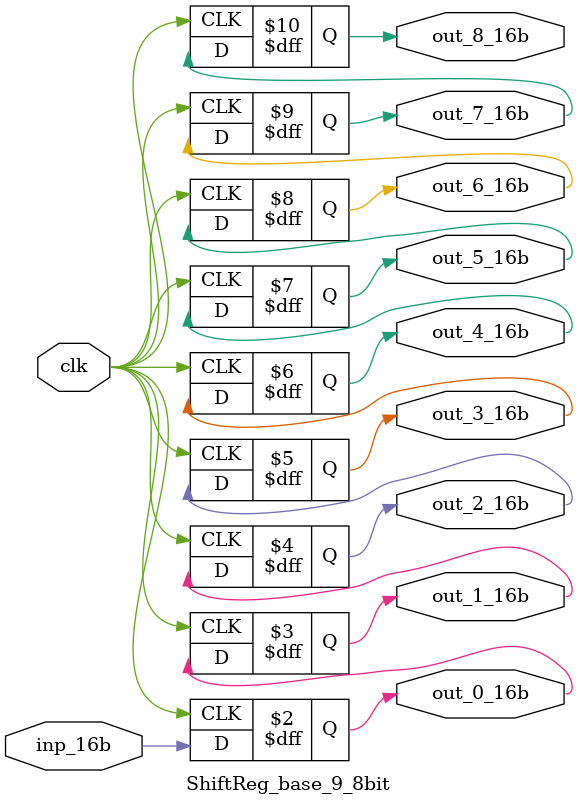
<source format=v>

module top(
//Inputs
  w_p2_in_bounded_stencil_update_stream_0_0_8b,

//Outputs
  w_hw_output_1_stencil_stream_0_0_8b,

  clk
);

//Inputs
input    w_p2_in_bounded_stencil_update_stream_0_0_8b;

//Outputs
output   w_hw_output_1_stencil_stream_0_0_8b;

input   clk;

wire   w_p2_in_bounded_stencil_stream_0_0_8b;
wire   w_p2_in_bounded_stencil_stream_0_1_8b;
wire   w_p2_in_bounded_stencil_stream_0_2_8b;
wire   w_p2_in_bounded_stencil_stream_0_3_8b;
wire   w_p2_in_bounded_stencil_stream_0_4_8b;
wire   w_p2_in_bounded_stencil_stream_0_5_8b;
wire   w_p2_in_bounded_stencil_stream_0_6_8b;
wire   w_p2_in_bounded_stencil_stream_0_7_8b;
wire   w_p2_in_bounded_stencil_stream_0_8_8b;
wire   w_p2_in_bounded_stencil_stream_1_0_8b;
wire   w_p2_in_bounded_stencil_stream_1_1_8b;
wire   w_p2_in_bounded_stencil_stream_1_2_8b;
wire   w_p2_in_bounded_stencil_stream_1_3_8b;
wire   w_p2_in_bounded_stencil_stream_1_4_8b;
wire   w_p2_in_bounded_stencil_stream_1_5_8b;
wire   w_p2_in_bounded_stencil_stream_1_6_8b;
wire   w_p2_in_bounded_stencil_stream_1_7_8b;
wire   w_p2_in_bounded_stencil_stream_1_8_8b;
wire   w_p2_in_bounded_stencil_stream_2_0_8b;
wire   w_p2_in_bounded_stencil_stream_2_1_8b;
wire   w_p2_in_bounded_stencil_stream_2_2_8b;
wire   w_p2_in_bounded_stencil_stream_2_3_8b;
wire   w_p2_in_bounded_stencil_stream_2_4_8b;
wire   w_p2_in_bounded_stencil_stream_2_5_8b;
wire   w_p2_in_bounded_stencil_stream_2_6_8b;
wire   w_p2_in_bounded_stencil_stream_2_7_8b;
wire   w_p2_in_bounded_stencil_stream_2_8_8b;
wire   w_p2_in_bounded_stencil_stream_3_0_8b;
wire   w_p2_in_bounded_stencil_stream_3_1_8b;
wire   w_p2_in_bounded_stencil_stream_3_2_8b;
wire   w_p2_in_bounded_stencil_stream_3_3_8b;
wire   w_p2_in_bounded_stencil_stream_3_4_8b;
wire   w_p2_in_bounded_stencil_stream_3_5_8b;
wire   w_p2_in_bounded_stencil_stream_3_6_8b;
wire   w_p2_in_bounded_stencil_stream_3_7_8b;
wire   w_p2_in_bounded_stencil_stream_3_8_8b;
wire   w_p2_in_bounded_stencil_stream_4_0_8b;
wire   w_p2_in_bounded_stencil_stream_4_1_8b;
wire   w_p2_in_bounded_stencil_stream_4_2_8b;
wire   w_p2_in_bounded_stencil_stream_4_3_8b;
wire   w_p2_in_bounded_stencil_stream_4_4_8b;
wire   w_p2_in_bounded_stencil_stream_4_5_8b;
wire   w_p2_in_bounded_stencil_stream_4_6_8b;
wire   w_p2_in_bounded_stencil_stream_4_7_8b;
wire   w_p2_in_bounded_stencil_stream_4_8_8b;
wire   w_p2_in_bounded_stencil_stream_5_0_8b;
wire   w_p2_in_bounded_stencil_stream_5_1_8b;
wire   w_p2_in_bounded_stencil_stream_5_2_8b;
wire   w_p2_in_bounded_stencil_stream_5_3_8b;
wire   w_p2_in_bounded_stencil_stream_5_4_8b;
wire   w_p2_in_bounded_stencil_stream_5_5_8b;
wire   w_p2_in_bounded_stencil_stream_5_6_8b;
wire   w_p2_in_bounded_stencil_stream_5_7_8b;
wire   w_p2_in_bounded_stencil_stream_5_8_8b;
wire   w_p2_in_bounded_stencil_stream_6_0_8b;
wire   w_p2_in_bounded_stencil_stream_6_1_8b;
wire   w_p2_in_bounded_stencil_stream_6_2_8b;
wire   w_p2_in_bounded_stencil_stream_6_3_8b;
wire   w_p2_in_bounded_stencil_stream_6_4_8b;
wire   w_p2_in_bounded_stencil_stream_6_5_8b;
wire   w_p2_in_bounded_stencil_stream_6_6_8b;
wire   w_p2_in_bounded_stencil_stream_6_7_8b;
wire   w_p2_in_bounded_stencil_stream_6_8_8b;
wire   w_p2_in_bounded_stencil_stream_7_0_8b;
wire   w_p2_in_bounded_stencil_stream_7_1_8b;
wire   w_p2_in_bounded_stencil_stream_7_2_8b;
wire   w_p2_in_bounded_stencil_stream_7_3_8b;
wire   w_p2_in_bounded_stencil_stream_7_4_8b;
wire   w_p2_in_bounded_stencil_stream_7_5_8b;
wire   w_p2_in_bounded_stencil_stream_7_6_8b;
wire   w_p2_in_bounded_stencil_stream_7_7_8b;
wire   w_p2_in_bounded_stencil_stream_7_8_8b;
wire   w_p2_in_bounded_stencil_stream_8_0_8b;
wire   w_p2_in_bounded_stencil_stream_8_1_8b;
wire   w_p2_in_bounded_stencil_stream_8_2_8b;
wire   w_p2_in_bounded_stencil_stream_8_3_8b;
wire   w_p2_in_bounded_stencil_stream_8_4_8b;
wire   w_p2_in_bounded_stencil_stream_8_5_8b;
wire   w_p2_in_bounded_stencil_stream_8_6_8b;
wire   w_p2_in_bounded_stencil_stream_8_7_8b;
wire   w_p2_in_bounded_stencil_stream_8_8_8b;

wire   gnd;
assign gnd=1'b0;

LB_9_9_1_8bit_False LB__p2_in_bounded_stencil_stream (
    .clk(clk),

    .in0(w_p2_in_bounded_stencil_update_stream_0_0_8b),

    .out0(w_p2_in_bounded_stencil_stream_0_0_8b),
    .out1(w_p2_in_bounded_stencil_stream_0_1_8b),
    .out2(w_p2_in_bounded_stencil_stream_0_2_8b),
    .out3(w_p2_in_bounded_stencil_stream_0_3_8b),
    .out4(w_p2_in_bounded_stencil_stream_0_4_8b),
    .out5(w_p2_in_bounded_stencil_stream_0_5_8b),
    .out6(w_p2_in_bounded_stencil_stream_0_6_8b),
    .out7(w_p2_in_bounded_stencil_stream_0_7_8b),
    .out8(w_p2_in_bounded_stencil_stream_0_8_8b),
    .out9(w_p2_in_bounded_stencil_stream_1_0_8b),
    .out10(w_p2_in_bounded_stencil_stream_1_1_8b),
    .out11(w_p2_in_bounded_stencil_stream_1_2_8b),
    .out12(w_p2_in_bounded_stencil_stream_1_3_8b),
    .out13(w_p2_in_bounded_stencil_stream_1_4_8b),
    .out14(w_p2_in_bounded_stencil_stream_1_5_8b),
    .out15(w_p2_in_bounded_stencil_stream_1_6_8b),
    .out16(w_p2_in_bounded_stencil_stream_1_7_8b),
    .out17(w_p2_in_bounded_stencil_stream_1_8_8b),
    .out18(w_p2_in_bounded_stencil_stream_2_0_8b),
    .out19(w_p2_in_bounded_stencil_stream_2_1_8b),
    .out20(w_p2_in_bounded_stencil_stream_2_2_8b),
    .out21(w_p2_in_bounded_stencil_stream_2_3_8b),
    .out22(w_p2_in_bounded_stencil_stream_2_4_8b),
    .out23(w_p2_in_bounded_stencil_stream_2_5_8b),
    .out24(w_p2_in_bounded_stencil_stream_2_6_8b),
    .out25(w_p2_in_bounded_stencil_stream_2_7_8b),
    .out26(w_p2_in_bounded_stencil_stream_2_8_8b),
    .out27(w_p2_in_bounded_stencil_stream_3_0_8b),
    .out28(w_p2_in_bounded_stencil_stream_3_1_8b),
    .out29(w_p2_in_bounded_stencil_stream_3_2_8b),
    .out30(w_p2_in_bounded_stencil_stream_3_3_8b),
    .out31(w_p2_in_bounded_stencil_stream_3_4_8b),
    .out32(w_p2_in_bounded_stencil_stream_3_5_8b),
    .out33(w_p2_in_bounded_stencil_stream_3_6_8b),
    .out34(w_p2_in_bounded_stencil_stream_3_7_8b),
    .out35(w_p2_in_bounded_stencil_stream_3_8_8b),
    .out36(w_p2_in_bounded_stencil_stream_4_0_8b),
    .out37(w_p2_in_bounded_stencil_stream_4_1_8b),
    .out38(w_p2_in_bounded_stencil_stream_4_2_8b),
    .out39(w_p2_in_bounded_stencil_stream_4_3_8b),
    .out40(w_p2_in_bounded_stencil_stream_4_4_8b),
    .out41(w_p2_in_bounded_stencil_stream_4_5_8b),
    .out42(w_p2_in_bounded_stencil_stream_4_6_8b),
    .out43(w_p2_in_bounded_stencil_stream_4_7_8b),
    .out44(w_p2_in_bounded_stencil_stream_4_8_8b),
    .out45(w_p2_in_bounded_stencil_stream_5_0_8b),
    .out46(w_p2_in_bounded_stencil_stream_5_1_8b),
    .out47(w_p2_in_bounded_stencil_stream_5_2_8b),
    .out48(w_p2_in_bounded_stencil_stream_5_3_8b),
    .out49(w_p2_in_bounded_stencil_stream_5_4_8b),
    .out50(w_p2_in_bounded_stencil_stream_5_5_8b),
    .out51(w_p2_in_bounded_stencil_stream_5_6_8b),
    .out52(w_p2_in_bounded_stencil_stream_5_7_8b),
    .out53(w_p2_in_bounded_stencil_stream_5_8_8b),
    .out54(w_p2_in_bounded_stencil_stream_6_0_8b),
    .out55(w_p2_in_bounded_stencil_stream_6_1_8b),
    .out56(w_p2_in_bounded_stencil_stream_6_2_8b),
    .out57(w_p2_in_bounded_stencil_stream_6_3_8b),
    .out58(w_p2_in_bounded_stencil_stream_6_4_8b),
    .out59(w_p2_in_bounded_stencil_stream_6_5_8b),
    .out60(w_p2_in_bounded_stencil_stream_6_6_8b),
    .out61(w_p2_in_bounded_stencil_stream_6_7_8b),
    .out62(w_p2_in_bounded_stencil_stream_6_8_8b),
    .out63(w_p2_in_bounded_stencil_stream_7_0_8b),
    .out64(w_p2_in_bounded_stencil_stream_7_1_8b),
    .out65(w_p2_in_bounded_stencil_stream_7_2_8b),
    .out66(w_p2_in_bounded_stencil_stream_7_3_8b),
    .out67(w_p2_in_bounded_stencil_stream_7_4_8b),
    .out68(w_p2_in_bounded_stencil_stream_7_5_8b),
    .out69(w_p2_in_bounded_stencil_stream_7_6_8b),
    .out70(w_p2_in_bounded_stencil_stream_7_7_8b),
    .out71(w_p2_in_bounded_stencil_stream_7_8_8b),
    .out72(w_p2_in_bounded_stencil_stream_8_0_8b),
    .out73(w_p2_in_bounded_stencil_stream_8_1_8b),
    .out74(w_p2_in_bounded_stencil_stream_8_2_8b),
    .out75(w_p2_in_bounded_stencil_stream_8_3_8b),
    .out76(w_p2_in_bounded_stencil_stream_8_4_8b),
    .out77(w_p2_in_bounded_stencil_stream_8_5_8b),
    .out78(w_p2_in_bounded_stencil_stream_8_6_8b),
    .out79(w_p2_in_bounded_stencil_stream_8_7_8b),
    .out80(w_p2_in_bounded_stencil_stream_8_8_8b)
);

kernel__hw_output_1_stencil_stream KERN__hw_output_1_stencil_stream (
    .w_p2_in_bounded_stencil_0_0_8b(w_p2_in_bounded_stencil_stream_0_0_8b),
    .w_p2_in_bounded_stencil_0_1_8b(w_p2_in_bounded_stencil_stream_0_1_8b),
    .w_p2_in_bounded_stencil_0_2_8b(w_p2_in_bounded_stencil_stream_0_2_8b),
    .w_p2_in_bounded_stencil_0_3_8b(w_p2_in_bounded_stencil_stream_0_3_8b),
    .w_p2_in_bounded_stencil_0_4_8b(w_p2_in_bounded_stencil_stream_0_4_8b),
    .w_p2_in_bounded_stencil_0_5_8b(w_p2_in_bounded_stencil_stream_0_5_8b),
    .w_p2_in_bounded_stencil_0_6_8b(w_p2_in_bounded_stencil_stream_0_6_8b),
    .w_p2_in_bounded_stencil_0_7_8b(w_p2_in_bounded_stencil_stream_0_7_8b),
    .w_p2_in_bounded_stencil_0_8_8b(w_p2_in_bounded_stencil_stream_0_8_8b),
    .w_p2_in_bounded_stencil_1_0_8b(w_p2_in_bounded_stencil_stream_1_0_8b),
    .w_p2_in_bounded_stencil_1_1_8b(w_p2_in_bounded_stencil_stream_1_1_8b),
    .w_p2_in_bounded_stencil_1_2_8b(w_p2_in_bounded_stencil_stream_1_2_8b),
    .w_p2_in_bounded_stencil_1_3_8b(w_p2_in_bounded_stencil_stream_1_3_8b),
    .w_p2_in_bounded_stencil_1_4_8b(w_p2_in_bounded_stencil_stream_1_4_8b),
    .w_p2_in_bounded_stencil_1_5_8b(w_p2_in_bounded_stencil_stream_1_5_8b),
    .w_p2_in_bounded_stencil_1_6_8b(w_p2_in_bounded_stencil_stream_1_6_8b),
    .w_p2_in_bounded_stencil_1_7_8b(w_p2_in_bounded_stencil_stream_1_7_8b),
    .w_p2_in_bounded_stencil_1_8_8b(w_p2_in_bounded_stencil_stream_1_8_8b),
    .w_p2_in_bounded_stencil_2_0_8b(w_p2_in_bounded_stencil_stream_2_0_8b),
    .w_p2_in_bounded_stencil_2_1_8b(w_p2_in_bounded_stencil_stream_2_1_8b),
    .w_p2_in_bounded_stencil_2_2_8b(w_p2_in_bounded_stencil_stream_2_2_8b),
    .w_p2_in_bounded_stencil_2_3_8b(w_p2_in_bounded_stencil_stream_2_3_8b),
    .w_p2_in_bounded_stencil_2_4_8b(w_p2_in_bounded_stencil_stream_2_4_8b),
    .w_p2_in_bounded_stencil_2_5_8b(w_p2_in_bounded_stencil_stream_2_5_8b),
    .w_p2_in_bounded_stencil_2_6_8b(w_p2_in_bounded_stencil_stream_2_6_8b),
    .w_p2_in_bounded_stencil_2_7_8b(w_p2_in_bounded_stencil_stream_2_7_8b),
    .w_p2_in_bounded_stencil_2_8_8b(w_p2_in_bounded_stencil_stream_2_8_8b),
    .w_p2_in_bounded_stencil_3_0_8b(w_p2_in_bounded_stencil_stream_3_0_8b),
    .w_p2_in_bounded_stencil_3_1_8b(w_p2_in_bounded_stencil_stream_3_1_8b),
    .w_p2_in_bounded_stencil_3_2_8b(w_p2_in_bounded_stencil_stream_3_2_8b),
    .w_p2_in_bounded_stencil_3_3_8b(w_p2_in_bounded_stencil_stream_3_3_8b),
    .w_p2_in_bounded_stencil_3_4_8b(w_p2_in_bounded_stencil_stream_3_4_8b),
    .w_p2_in_bounded_stencil_3_5_8b(w_p2_in_bounded_stencil_stream_3_5_8b),
    .w_p2_in_bounded_stencil_3_6_8b(w_p2_in_bounded_stencil_stream_3_6_8b),
    .w_p2_in_bounded_stencil_3_7_8b(w_p2_in_bounded_stencil_stream_3_7_8b),
    .w_p2_in_bounded_stencil_3_8_8b(w_p2_in_bounded_stencil_stream_3_8_8b),
    .w_p2_in_bounded_stencil_4_0_8b(w_p2_in_bounded_stencil_stream_4_0_8b),
    .w_p2_in_bounded_stencil_4_1_8b(w_p2_in_bounded_stencil_stream_4_1_8b),
    .w_p2_in_bounded_stencil_4_2_8b(w_p2_in_bounded_stencil_stream_4_2_8b),
    .w_p2_in_bounded_stencil_4_3_8b(w_p2_in_bounded_stencil_stream_4_3_8b),
    .w_p2_in_bounded_stencil_4_4_8b(w_p2_in_bounded_stencil_stream_4_4_8b),
    .w_p2_in_bounded_stencil_4_5_8b(w_p2_in_bounded_stencil_stream_4_5_8b),
    .w_p2_in_bounded_stencil_4_6_8b(w_p2_in_bounded_stencil_stream_4_6_8b),
    .w_p2_in_bounded_stencil_4_7_8b(w_p2_in_bounded_stencil_stream_4_7_8b),
    .w_p2_in_bounded_stencil_4_8_8b(w_p2_in_bounded_stencil_stream_4_8_8b),
    .w_p2_in_bounded_stencil_5_0_8b(w_p2_in_bounded_stencil_stream_5_0_8b),
    .w_p2_in_bounded_stencil_5_1_8b(w_p2_in_bounded_stencil_stream_5_1_8b),
    .w_p2_in_bounded_stencil_5_2_8b(w_p2_in_bounded_stencil_stream_5_2_8b),
    .w_p2_in_bounded_stencil_5_3_8b(w_p2_in_bounded_stencil_stream_5_3_8b),
    .w_p2_in_bounded_stencil_5_4_8b(w_p2_in_bounded_stencil_stream_5_4_8b),
    .w_p2_in_bounded_stencil_5_5_8b(w_p2_in_bounded_stencil_stream_5_5_8b),
    .w_p2_in_bounded_stencil_5_6_8b(w_p2_in_bounded_stencil_stream_5_6_8b),
    .w_p2_in_bounded_stencil_5_7_8b(w_p2_in_bounded_stencil_stream_5_7_8b),
    .w_p2_in_bounded_stencil_5_8_8b(w_p2_in_bounded_stencil_stream_5_8_8b),
    .w_p2_in_bounded_stencil_6_0_8b(w_p2_in_bounded_stencil_stream_6_0_8b),
    .w_p2_in_bounded_stencil_6_1_8b(w_p2_in_bounded_stencil_stream_6_1_8b),
    .w_p2_in_bounded_stencil_6_2_8b(w_p2_in_bounded_stencil_stream_6_2_8b),
    .w_p2_in_bounded_stencil_6_3_8b(w_p2_in_bounded_stencil_stream_6_3_8b),
    .w_p2_in_bounded_stencil_6_4_8b(w_p2_in_bounded_stencil_stream_6_4_8b),
    .w_p2_in_bounded_stencil_6_5_8b(w_p2_in_bounded_stencil_stream_6_5_8b),
    .w_p2_in_bounded_stencil_6_6_8b(w_p2_in_bounded_stencil_stream_6_6_8b),
    .w_p2_in_bounded_stencil_6_7_8b(w_p2_in_bounded_stencil_stream_6_7_8b),
    .w_p2_in_bounded_stencil_6_8_8b(w_p2_in_bounded_stencil_stream_6_8_8b),
    .w_p2_in_bounded_stencil_7_0_8b(w_p2_in_bounded_stencil_stream_7_0_8b),
    .w_p2_in_bounded_stencil_7_1_8b(w_p2_in_bounded_stencil_stream_7_1_8b),
    .w_p2_in_bounded_stencil_7_2_8b(w_p2_in_bounded_stencil_stream_7_2_8b),
    .w_p2_in_bounded_stencil_7_3_8b(w_p2_in_bounded_stencil_stream_7_3_8b),
    .w_p2_in_bounded_stencil_7_4_8b(w_p2_in_bounded_stencil_stream_7_4_8b),
    .w_p2_in_bounded_stencil_7_5_8b(w_p2_in_bounded_stencil_stream_7_5_8b),
    .w_p2_in_bounded_stencil_7_6_8b(w_p2_in_bounded_stencil_stream_7_6_8b),
    .w_p2_in_bounded_stencil_7_7_8b(w_p2_in_bounded_stencil_stream_7_7_8b),
    .w_p2_in_bounded_stencil_7_8_8b(w_p2_in_bounded_stencil_stream_7_8_8b),
    .w_p2_in_bounded_stencil_8_0_8b(w_p2_in_bounded_stencil_stream_8_0_8b),
    .w_p2_in_bounded_stencil_8_1_8b(w_p2_in_bounded_stencil_stream_8_1_8b),
    .w_p2_in_bounded_stencil_8_2_8b(w_p2_in_bounded_stencil_stream_8_2_8b),
    .w_p2_in_bounded_stencil_8_3_8b(w_p2_in_bounded_stencil_stream_8_3_8b),
    .w_p2_in_bounded_stencil_8_4_8b(w_p2_in_bounded_stencil_stream_8_4_8b),
    .w_p2_in_bounded_stencil_8_5_8b(w_p2_in_bounded_stencil_stream_8_5_8b),
    .w_p2_in_bounded_stencil_8_6_8b(w_p2_in_bounded_stencil_stream_8_6_8b),
    .w_p2_in_bounded_stencil_8_7_8b(w_p2_in_bounded_stencil_stream_8_7_8b),
    .w_p2_in_bounded_stencil_8_8_8b(w_p2_in_bounded_stencil_stream_8_8_8b),

    .out_w_hw_output_1_stencil_packed_16b(w_hw_output_1_stencil_stream_0_0_8b),

    .clk(clk)
);

endmodule



module kernel__hw_output_1_stencil_stream(
//Inputs
  w_p2_in_bounded_stencil_0_0_8b,
  w_p2_in_bounded_stencil_0_1_8b,
  w_p2_in_bounded_stencil_0_2_8b,
  w_p2_in_bounded_stencil_0_3_8b,
  w_p2_in_bounded_stencil_0_4_8b,
  w_p2_in_bounded_stencil_0_5_8b,
  w_p2_in_bounded_stencil_0_6_8b,
  w_p2_in_bounded_stencil_0_7_8b,
  w_p2_in_bounded_stencil_0_8_8b,
  w_p2_in_bounded_stencil_1_0_8b,
  w_p2_in_bounded_stencil_1_1_8b,
  w_p2_in_bounded_stencil_1_2_8b,
  w_p2_in_bounded_stencil_1_3_8b,
  w_p2_in_bounded_stencil_1_4_8b,
  w_p2_in_bounded_stencil_1_5_8b,
  w_p2_in_bounded_stencil_1_6_8b,
  w_p2_in_bounded_stencil_1_7_8b,
  w_p2_in_bounded_stencil_1_8_8b,
  w_p2_in_bounded_stencil_2_0_8b,
  w_p2_in_bounded_stencil_2_1_8b,
  w_p2_in_bounded_stencil_2_2_8b,
  w_p2_in_bounded_stencil_2_3_8b,
  w_p2_in_bounded_stencil_2_4_8b,
  w_p2_in_bounded_stencil_2_5_8b,
  w_p2_in_bounded_stencil_2_6_8b,
  w_p2_in_bounded_stencil_2_7_8b,
  w_p2_in_bounded_stencil_2_8_8b,
  w_p2_in_bounded_stencil_3_0_8b,
  w_p2_in_bounded_stencil_3_1_8b,
  w_p2_in_bounded_stencil_3_2_8b,
  w_p2_in_bounded_stencil_3_3_8b,
  w_p2_in_bounded_stencil_3_4_8b,
  w_p2_in_bounded_stencil_3_5_8b,
  w_p2_in_bounded_stencil_3_6_8b,
  w_p2_in_bounded_stencil_3_7_8b,
  w_p2_in_bounded_stencil_3_8_8b,
  w_p2_in_bounded_stencil_4_0_8b,
  w_p2_in_bounded_stencil_4_1_8b,
  w_p2_in_bounded_stencil_4_2_8b,
  w_p2_in_bounded_stencil_4_3_8b,
  w_p2_in_bounded_stencil_4_4_8b,
  w_p2_in_bounded_stencil_4_5_8b,
  w_p2_in_bounded_stencil_4_6_8b,
  w_p2_in_bounded_stencil_4_7_8b,
  w_p2_in_bounded_stencil_4_8_8b,
  w_p2_in_bounded_stencil_5_0_8b,
  w_p2_in_bounded_stencil_5_1_8b,
  w_p2_in_bounded_stencil_5_2_8b,
  w_p2_in_bounded_stencil_5_3_8b,
  w_p2_in_bounded_stencil_5_4_8b,
  w_p2_in_bounded_stencil_5_5_8b,
  w_p2_in_bounded_stencil_5_6_8b,
  w_p2_in_bounded_stencil_5_7_8b,
  w_p2_in_bounded_stencil_5_8_8b,
  w_p2_in_bounded_stencil_6_0_8b,
  w_p2_in_bounded_stencil_6_1_8b,
  w_p2_in_bounded_stencil_6_2_8b,
  w_p2_in_bounded_stencil_6_3_8b,
  w_p2_in_bounded_stencil_6_4_8b,
  w_p2_in_bounded_stencil_6_5_8b,
  w_p2_in_bounded_stencil_6_6_8b,
  w_p2_in_bounded_stencil_6_7_8b,
  w_p2_in_bounded_stencil_6_8_8b,
  w_p2_in_bounded_stencil_7_0_8b,
  w_p2_in_bounded_stencil_7_1_8b,
  w_p2_in_bounded_stencil_7_2_8b,
  w_p2_in_bounded_stencil_7_3_8b,
  w_p2_in_bounded_stencil_7_4_8b,
  w_p2_in_bounded_stencil_7_5_8b,
  w_p2_in_bounded_stencil_7_6_8b,
  w_p2_in_bounded_stencil_7_7_8b,
  w_p2_in_bounded_stencil_7_8_8b,
  w_p2_in_bounded_stencil_8_0_8b,
  w_p2_in_bounded_stencil_8_1_8b,
  w_p2_in_bounded_stencil_8_2_8b,
  w_p2_in_bounded_stencil_8_3_8b,
  w_p2_in_bounded_stencil_8_4_8b,
  w_p2_in_bounded_stencil_8_5_8b,
  w_p2_in_bounded_stencil_8_6_8b,
  w_p2_in_bounded_stencil_8_7_8b,
  w_p2_in_bounded_stencil_8_8_8b,
//Outputs
  out_w_hw_output_1_stencil_packed_16b,

  clk
);

//Inputs
input  w_p2_in_bounded_stencil_6_8_8b;
input  w_p2_in_bounded_stencil_5_7_8b;
input  w_p2_in_bounded_stencil_5_5_8b;
input  w_p2_in_bounded_stencil_5_4_8b;
input  w_p2_in_bounded_stencil_5_3_8b;
input  w_p2_in_bounded_stencil_2_2_8b;
input  w_p2_in_bounded_stencil_5_1_8b;
input  w_p2_in_bounded_stencil_3_8_8b;
input  w_p2_in_bounded_stencil_6_0_8b;
input  w_p2_in_bounded_stencil_6_1_8b;
input  w_p2_in_bounded_stencil_6_2_8b;
input  w_p2_in_bounded_stencil_6_3_8b;
input  w_p2_in_bounded_stencil_6_4_8b;
input  w_p2_in_bounded_stencil_6_5_8b;
input  w_p2_in_bounded_stencil_6_6_8b;
input  w_p2_in_bounded_stencil_6_7_8b;
input  w_p2_in_bounded_stencil_2_4_8b;
input  w_p2_in_bounded_stencil_2_5_8b;
input  w_p2_in_bounded_stencil_2_6_8b;
input  w_p2_in_bounded_stencil_2_7_8b;
input  w_p2_in_bounded_stencil_2_0_8b;
input  w_p2_in_bounded_stencil_2_1_8b;
input  w_p2_in_bounded_stencil_4_8_8b;
input  w_p2_in_bounded_stencil_2_3_8b;
input  w_p2_in_bounded_stencil_4_6_8b;
input  w_p2_in_bounded_stencil_4_7_8b;
input  w_p2_in_bounded_stencil_4_4_8b;
input  w_p2_in_bounded_stencil_4_5_8b;
input  w_p2_in_bounded_stencil_4_2_8b;
input  w_p2_in_bounded_stencil_4_3_8b;
input  w_p2_in_bounded_stencil_4_0_8b;
input  w_p2_in_bounded_stencil_4_1_8b;
input  w_p2_in_bounded_stencil_7_1_8b;
input  w_p2_in_bounded_stencil_3_6_8b;
input  w_p2_in_bounded_stencil_3_7_8b;
input  w_p2_in_bounded_stencil_7_0_8b;
input  w_p2_in_bounded_stencil_3_1_8b;
input  w_p2_in_bounded_stencil_5_0_8b;
input  w_p2_in_bounded_stencil_8_0_8b;
input  w_p2_in_bounded_stencil_3_0_8b;
input  w_p2_in_bounded_stencil_7_2_8b;
input  w_p2_in_bounded_stencil_3_3_8b;
input  w_p2_in_bounded_stencil_5_2_8b;
input  w_p2_in_bounded_stencil_7_5_8b;
input  w_p2_in_bounded_stencil_3_2_8b;
input  w_p2_in_bounded_stencil_7_4_8b;
input  w_p2_in_bounded_stencil_5_6_8b;
input  w_p2_in_bounded_stencil_7_7_8b;
input  w_p2_in_bounded_stencil_3_4_8b;
input  w_p2_in_bounded_stencil_7_6_8b;
input  w_p2_in_bounded_stencil_7_3_8b;
input  w_p2_in_bounded_stencil_7_8_8b;
input  w_p2_in_bounded_stencil_5_8_8b;
input  w_p2_in_bounded_stencil_8_8_8b;
input  w_p2_in_bounded_stencil_1_3_8b;
input  w_p2_in_bounded_stencil_1_2_8b;
input  w_p2_in_bounded_stencil_1_1_8b;
input  w_p2_in_bounded_stencil_1_0_8b;
input  w_p2_in_bounded_stencil_1_7_8b;
input  w_p2_in_bounded_stencil_1_6_8b;
input  w_p2_in_bounded_stencil_1_5_8b;
input  w_p2_in_bounded_stencil_1_4_8b;
input  w_p2_in_bounded_stencil_3_5_8b;
input  w_p2_in_bounded_stencil_1_8_8b;
input  w_p2_in_bounded_stencil_2_8_8b;
input  w_p2_in_bounded_stencil_8_2_8b;
input  w_p2_in_bounded_stencil_8_3_8b;
input  w_p2_in_bounded_stencil_0_8_8b;
input  w_p2_in_bounded_stencil_8_1_8b;
input  w_p2_in_bounded_stencil_8_6_8b;
input  w_p2_in_bounded_stencil_8_7_8b;
input  w_p2_in_bounded_stencil_8_4_8b;
input  w_p2_in_bounded_stencil_8_5_8b;
input  w_p2_in_bounded_stencil_0_2_8b;
input  w_p2_in_bounded_stencil_0_3_8b;
input  w_p2_in_bounded_stencil_0_0_8b;
input  w_p2_in_bounded_stencil_0_1_8b;
input  w_p2_in_bounded_stencil_0_6_8b;
input  w_p2_in_bounded_stencil_0_7_8b;
input  w_p2_in_bounded_stencil_0_4_8b;
input  w_p2_in_bounded_stencil_0_5_8b;
//Outputs
output  out_w_hw_output_1_stencil_packed_16b;

input  clk;


wire  r0_w_p2_sum_xa12_0_16b;
wire  r10_w_p2_sum_xa12_0_16b;
wire  r11_w_p2_sum_xa12_0_16b;
wire  r12_w_p2_sum_xa12_0_16b;
wire  r13_w_p2_sum_xa12_0_16b;
wire  r14_w_p2_sum_xa12_0_16b;
wire  r15_w_p2_sum_xa12_0_16b;
wire  r16_w_p2_sum_xa12_0_16b;
wire  r17_w_p2_sum_xa12_0_16b;
wire  r18_w_p2_sum_xa12_0_16b;
wire  r19_w_p2_sum_xa12_0_16b;
wire  r1_w_p2_sum_xa12_0_16b;
wire  r20_w_p2_sum_xa12_0_16b;
wire  r21_w_p2_sum_xa12_0_16b;
wire  r22_w_p2_sum_xa12_0_16b;
wire  r23_w_p2_sum_xa12_0_16b;
wire  r24_w_p2_sum_xa12_0_16b;
wire  r25_w_p2_sum_xa12_0_16b;
wire  r26_w_p2_sum_xa12_0_16b;
wire  r27_w_p2_sum_xa12_0_16b;
wire  r28_w_p2_sum_xa12_0_16b;
wire  r29_w_p2_sum_xa12_0_16b;
wire  r2_w_p2_sum_xa12_0_16b;
wire  r30_w_p2_sum_xa12_0_16b;
wire  r31_w_p2_sum_xa12_0_16b;
wire  r32_w_p2_sum_xa12_0_16b;
wire  r33_w_p2_sum_xa12_0_16b;
wire  r34_w_p2_sum_xa12_0_16b;
wire  r35_w_p2_sum_xa12_0_16b;
wire  r36_w_p2_sum_xa12_0_16b;
wire  r37_w_p2_sum_xa12_0_16b;
wire  r38_w_p2_sum_xa12_0_16b;
wire  r39_w_p2_sum_xa12_0_16b;
wire  r3_w_p2_sum_xa12_0_16b;
wire  r40_w_p2_sum_xa12_0_16b;
wire  r41_w_p2_sum_xa12_0_16b;
wire  r42_w_p2_sum_xa12_0_16b;
wire  r43_w_p2_sum_xa12_0_16b;
wire  r44_w_p2_sum_xa12_0_16b;
wire  r45_w_p2_sum_xa12_0_16b;
wire  r46_w_p2_sum_xa12_0_16b;
wire  r47_w_p2_sum_xa12_0_16b;
wire  r48_w_p2_sum_xa12_0_16b;
wire  r49_w_p2_sum_xa12_0_16b;
wire  r4_w_p2_sum_xa12_0_16b;
wire  r50_w_p2_sum_xa12_0_16b;
wire  r51_w_p2_sum_xa12_0_16b;
wire  r52_w_p2_sum_xa12_0_16b;
wire  r53_w_p2_sum_xa12_0_16b;
wire  r54_w_p2_sum_xa12_0_16b;
wire  r55_w_p2_sum_xa12_0_16b;
wire  r56_w_p2_sum_xa12_0_16b;
wire  r57_w_p2_sum_xa12_0_16b;
wire  r58_w_p2_sum_xa12_0_16b;
wire  r59_w_p2_sum_xa12_0_16b;
wire  r5_w_p2_sum_xa12_0_16b;
wire  r60_w_p2_sum_xa12_0_16b;
wire  r61_w_p2_sum_xa12_0_16b;
wire  r62_w_p2_sum_xa12_0_16b;
wire  r63_w_p2_sum_xa12_0_16b;
wire  r64_w_p2_sum_xa12_0_16b;
wire  r65_w_p2_sum_xa12_0_16b;
wire  r66_w_p2_sum_xa12_0_16b;
wire  r67_w_p2_sum_xa12_0_16b;
wire  r68_w_p2_sum_xa12_0_16b;
wire  r69_w_p2_sum_xa12_0_16b;
wire  r6_w_p2_sum_xa12_0_16b;
wire  r70_w_p2_sum_xa12_0_16b;
wire  r71_w_p2_sum_xa12_0_16b;
wire  r72_w_p2_sum_xa12_0_16b;
wire  r73_w_p2_sum_xa12_0_16b;
wire  r74_w_p2_sum_xa12_0_16b;
wire  r75_w_p2_sum_xa12_0_16b;
wire  r76_w_p2_sum_xa12_0_16b;
wire  r77_w_p2_sum_xa12_0_16b;
wire  r78_w_p2_sum_xa12_0_16b;
wire  r79_w_p2_sum_xa12_0_16b;
wire  r7_w_p2_sum_xa12_0_16b;
wire  r80_w_p2_sum_xa12_0_16b;
wire  r8_w_p2_sum_xa12_0_16b;
wire  r9_w_p2_sum_xa12_0_16b;
wire  w_198_16b;
wire  w_199_16b;
wire  w_200_16b;
wire  w_201_16b;
wire  w_202_16b;
wire  w_203_16b;
wire  w_204_16b;
wire  w_205_16b;
wire  w_206_16b;
wire  w_207_16b;
wire  w_208_16b;
wire  w_209_16b;
wire  w_210_16b;
wire  w_211_16b;
wire  w_212_16b;
wire  w_213_16b;
wire  w_214_16b;
wire  w_215_16b;
wire  w_216_16b;
wire  w_217_16b;
wire  w_218_16b;
wire  w_219_16b;
wire  w_220_16b;
wire  w_221_16b;
wire  w_222_16b;
wire  w_223_16b;
wire  w_224_16b;
wire  w_225_16b;
wire  w_226_16b;
wire  w_227_16b;
wire  w_228_16b;
wire  w_229_16b;
wire  w_230_16b;
wire  w_231_16b;
wire  w_232_16b;
wire  w_233_16b;
wire  w_234_16b;
wire  w_235_16b;
wire  w_236_16b;
wire  w_237_16b;
wire  w_238_16b;
wire  w_239_16b;
wire  w_240_16b;
wire  w_241_16b;
wire  w_242_16b;
wire  w_243_16b;
wire  w_244_16b;
wire  w_245_16b;
wire  w_246_16b;
wire  w_247_16b;
wire  w_248_16b;
wire  w_249_16b;
wire  w_250_16b;
wire  w_251_16b;
wire  w_252_16b;
wire  w_253_16b;
wire  w_254_16b;
wire  w_255_16b;
wire  w_256_16b;
wire  w_257_16b;
wire  w_258_16b;
wire  w_259_16b;
wire  w_260_16b;
wire  w_261_16b;
wire  w_262_16b;
wire  w_263_16b;
wire  w_264_16b;
wire  w_265_16b;
wire  w_266_16b;
wire  w_267_16b;
wire  w_268_16b;
wire  w_269_16b;
wire  w_270_16b;
wire  w_271_16b;
wire  w_272_16b;
wire  w_273_16b;
wire  w_274_16b;
wire  w_275_16b;
wire  w_276_16b;
wire  w_277_16b;
wire  w_278_16b;
wire  w_279_16b;
wire  w_280_16b;
wire  w_281_16b;
wire  w_282_16b;
wire  w_283_16b;
wire  w_284_16b;
wire  w_285_16b;
wire  w_286_16b;
wire  w_287_16b;
wire  w_288_16b;
wire  w_289_16b;
wire  w_290_16b;
wire  w_291_16b;
wire  w_292_16b;
wire  w_293_16b;
wire  w_294_16b;
wire  w_295_16b;
wire  w_296_16b;
wire  w_297_16b;
wire  w_298_16b;
wire  w_299_16b;
wire  w_300_16b;
wire  w_301_16b;
wire  w_302_16b;
wire  w_303_16b;
wire  w_304_16b;
wire  w_305_16b;
wire  w_306_16b;
wire  w_307_16b;
wire  w_308_16b;
wire  w_309_16b;
wire  w_310_16b;
wire  w_311_16b;
wire  w_312_16b;
wire  w_313_16b;
wire  w_314_16b;
wire  w_315_16b;
wire  w_316_16b;
wire  w_317_16b;
wire  w_318_16b;
wire  w_319_16b;
wire  w_320_16b;
wire  w_321_16b;
wire  w_322_16b;
wire  w_323_16b;
wire  w_324_16b;
wire  w_325_16b;
wire  w_326_16b;
wire  w_327_16b;
wire  w_328_16b;
wire  w_329_16b;
wire  w_330_16b;
wire  w_331_16b;
wire  w_332_16b;
wire  w_333_16b;
wire  w_334_16b;
wire  w_335_16b;
wire  w_336_16b;
wire  w_337_16b;
wire  w_338_16b;
wire  w_339_16b;
wire  w_340_16b;
wire  w_341_16b;
wire  w_342_16b;
wire  w_343_16b;
wire  w_344_16b;
wire  w_345_16b;
wire  w_346_16b;
wire  w_347_16b;
wire  w_348_16b;
wire  w_349_16b;
wire  w_350_16b;
wire  w_351_16b;
wire  w_352_16b;
wire  w_353_16b;
wire  w_354_16b;
wire  w_355_16b;
wire  w_356_16b;
wire  w_357_16b;
wire  w_358_16b;
wire  w_359_16b;
wire  w_360_16b;
wire  w_361_16b;
wire  w_362_16b;
wire  w_363_16b;
wire  w_364_16b;
wire  w_365_16b;
wire  w_366_16b;
wire  w_367_16b;
wire  w_368_16b;
wire  w_369_16b;
wire  w_370_16b;
wire  w_371_16b;
wire  w_372_16b;
wire  w_373_16b;
wire  w_374_16b;
wire  w_375_16b;
wire  w_376_16b;
wire  w_377_16b;
wire  w_378_16b;
wire  w_379_16b;
wire  w_380_16b;
wire  w_381_16b;
wire  w_382_16b;
wire  w_383_16b;
wire  w_384_16b;
wire  w_385_16b;
wire  w_386_16b;
wire  w_387_16b;
wire  w_388_16b;
wire  w_389_16b;
wire  w_390_16b;
wire  w_391_16b;
wire  w_392_16b;
wire  w_393_16b;
wire  w_394_16b;
wire  w_395_16b;
wire  w_396_16b;
wire  w_397_16b;
wire  w_398_16b;
wire  w_399_16b;
wire  w_400_16b;
wire  w_401_16b;
wire  w_402_16b;
wire  w_403_16b;
wire  w_404_16b;
wire  w_405_16b;
wire  w_406_16b;
wire  w_407_16b;
wire  w_408_16b;
wire  w_409_16b;
wire  w_410_16b;
wire  w_411_16b;
wire  w_412_16b;
wire  w_413_16b;
wire  w_414_16b;
wire  w_415_16b;
wire  w_416_16b;
wire  w_417_16b;
wire  w_418_16b;
wire  w_419_16b;
wire  w_420_16b;
wire  w_421_16b;
wire  w_422_16b;
wire  w_423_16b;
wire  w_424_16b;
wire  w_425_16b;
wire  w_426_16b;
wire  w_427_16b;
wire  w_428_16b;
wire  w_429_16b;
wire  w_430_16b;
wire  w_431_16b;
wire  w_432_16b;
wire  w_433_16b;
wire  w_434_16b;
wire  w_435_16b;
wire  w_436_16b;
wire  w_437_16b;
wire  w_438_16b;
wire  w_439_16b;
wire  w_440_16b;
wire  w_441_16b;
wire  w_442_16b;
wire  w_443_16b;
wire  w_444_16b;
wire  w_445_16b;
wire  w_446_16b;
wire  w_447_16b;
wire  w_448_16b;
wire  w_449_16b;
wire  w_450_16b;
wire  w_451_16b;
wire  w_452_16b;
wire  w_453_16b;
wire  w_454_16b;
wire  w_455_16b;
wire  w_456_16b;
wire  w_457_16b;
wire  w_458_16b;
wire  w_459_16b;
wire  w_460_16b;
wire  w_461_16b;
wire  w_462_16b;
wire  w_463_16b;
wire  w_464_16b;
wire  w_465_16b;
wire  w_466_16b;
wire  w_467_16b;
wire  w_468_16b;
wire  w_469_16b;
wire  w_470_16b;
wire  w_471_16b;
wire  w_472_16b;
wire  w_473_16b;
wire  w_474_16b;
wire  w_475_16b;
wire  w_476_16b;
wire  w_477_16b;
wire  w_478_16b;
wire  w_479_16b;
wire  w_480_16b;
wire  w_481_16b;
wire  w_482_16b;
wire  w_483_16b;
wire  w_484_16b;
wire  w_485_16b;
wire  w_486_16b;
wire  w_487_16b;
wire  w_488_16b;
wire  w_489_16b;
wire  w_490_16b;
wire  w_491_16b;
wire  w_492_16b;
wire  w_493_16b;
wire  w_494_16b;
wire  w_495_16b;
wire  w_496_16b;
wire  w_497_16b;
wire  w_498_16b;
wire  w_499_16b;
wire  w_500_16b;
wire  w_501_16b;
wire  w_502_16b;
wire  w_503_16b;
wire  w_504_16b;
wire  w_505_16b;
wire  w_506_16b;
wire  w_507_16b;
wire  w_508_16b;
wire  w_509_16b;
wire  w_510_16b;
wire  w_511_16b;
wire  w_512_16b;
wire  w_513_16b;
wire  w_514_16b;
wire  w_515_16b;
wire  w_516_16b;
wire  w_517_16b;
wire  w_518_16b;
wire  w_519_16b;
wire  w_520_16b;
wire  w_521_16b;
wire  w_522_16b;
wire  w_523_16b;
wire  w_524_16b;
wire  w_525_16b;
wire  w_526_16b;
wire  w_527_16b;
wire  w_528_16b;
wire  w_529_16b;
wire  w_530_16b;
wire  w_531_16b;
wire  w_532_16b;
wire  w_533_16b;
wire  w_534_16b;
wire  w_535_16b;
wire  w_536_16b;
wire  w_537_16b;
wire  w_538_16b;
wire  w_539_16b;
wire  w_540_16b;
wire  w_541_16b;
wire  w_542_16b;
wire  w_543_16b;
wire  w_544_16b;
wire  w_545_16b;
wire  w_546_16b;
wire  w_547_16b;
wire  w_548_16b;
wire  w_549_16b;
wire  w_550_16b;
wire  w_551_16b;
wire  w_552_16b;
wire  w_553_16b;
wire  w_554_16b;
wire  w_555_16b;
wire  w_556_16b;
wire  w_557_16b;
wire  w_558_16b;
wire  w_559_16b;
wire  w_560_16b;
wire  w_561_16b;
wire  w_562_16b;
wire  w_563_16b;
wire  w_564_16b;
wire  w_565_16b;
wire  w_566_16b;
wire  w_567_16b;
wire  w_568_16b;
wire  w_569_16b;
wire  w_570_16b;
wire  w_571_16b;
wire  w_572_16b;
wire  w_573_16b;
wire  w_574_16b;
wire  w_575_16b;
wire  w_576_16b;
wire  w_577_16b;
wire  w_578_16b;
wire  w_579_16b;
wire  w_580_16b;
wire  w_581_16b;
wire  w_582_16b;
wire  w_583_16b;
wire  w_584_16b;
wire  w_585_16b;
wire  w_586_16b;
wire  w_587_16b;
wire  w_588_16b;
wire  w_589_16b;
wire  w_590_16b;
wire  w_591_16b;
wire  w_592_16b;
wire  w_593_16b;
wire  w_594_16b;
wire  w_595_16b;
wire  w_596_16b;
wire  w_597_16b;
wire  w_598_16b;
wire  w_599_16b;
wire  w_600_16b;
wire  w_601_16b;
wire  w_602_16b;
wire  w_603_16b;
wire  w_604_16b;
wire  w_605_16b;
wire  w_606_16b;
wire  w_607_16b;
wire  w_608_16b;
wire  w_609_16b;
wire  w_610_16b;
wire  w_611_16b;
wire  w_612_16b;
wire  w_613_16b;
wire  w_614_16b;
wire  w_615_16b;
wire  w_616_16b;
wire  w_617_16b;
wire  w_618_16b;
wire  w_619_16b;
wire  w_620_16b;
wire  w_621_16b;
wire  w_622_16b;
wire  w_623_16b;
wire  w_624_16b;
wire  w_625_16b;
wire  w_626_16b;
wire  w_627_16b;
wire  w_628_16b;
wire  w_629_16b;
wire  w_630_16b;
wire  w_631_16b;
wire  w_632_16b;
wire  w_633_16b;
wire  w_634_16b;
wire  w_635_16b;
wire  w_636_16b;
wire  w_637_16b;
wire  w_638_16b;
wire  w_639_16b;
wire  w_640_16b;
wire  w_641_16b;
wire  w_642_16b;
wire  w_643_16b;
wire  w_644_16b;
wire  w_645_16b;
wire  w_646_16b;
wire  w_647_16b;
wire  w_648_16b;
wire  w_649_16b;
wire  w_650_16b;
wire  w_651_16b;
wire  w_652_16b;
wire  w_653_16b;
wire  w_654_16b;
wire  w_655_16b;
wire  w_656_16b;
wire  w_657_16b;
wire  w_658_16b;
wire  w_659_16b;
wire  w_660_16b;
wire  w_661_16b;
wire  w_662_16b;
wire  w_663_16b;
wire  w_664_16b;
wire  w_665_16b;
wire  w_666_16b;
wire  w_667_16b;
wire  w_668_16b;
wire  w_669_16b;
wire  w_670_16b;
wire  w_671_16b;
wire  w_672_16b;
wire  w_673_16b;
wire  w_674_16b;
wire  w_675_16b;
wire  w_676_16b;
wire  w_677_16b;
wire  w_678_16b;
wire  w_679_16b;
wire  w_hw_output_1_stencil_0_0_8b;
wire  w_hw_output_1_stencil_packed_16b;
wire  w_p2_sum_xa12_0_16b;
wire   tmp_clk;

assign tmp_clk = clk;

//Assign results
assign out_w_hw_output_1_stencil_packed_16b = w_hw_output_1_stencil_packed_16b;
assign  r0_w_p2_sum_xa12_0_16b  =  w_202_16b ;
assign  r10_w_p2_sum_xa12_0_16b  =  w_260_16b ;
assign  r11_w_p2_sum_xa12_0_16b  =  w_266_16b ;
assign  r12_w_p2_sum_xa12_0_16b  =  w_272_16b ;
assign  r13_w_p2_sum_xa12_0_16b  =  w_278_16b ;
assign  r14_w_p2_sum_xa12_0_16b  =  w_284_16b ;
assign  r15_w_p2_sum_xa12_0_16b  =  w_290_16b ;
assign  r16_w_p2_sum_xa12_0_16b  =  w_296_16b ;
assign  r17_w_p2_sum_xa12_0_16b  =  w_302_16b ;
assign  r18_w_p2_sum_xa12_0_16b  =  w_308_16b ;
assign  r19_w_p2_sum_xa12_0_16b  =  w_314_16b ;
assign  r1_w_p2_sum_xa12_0_16b  =  w_208_16b ;
assign  r20_w_p2_sum_xa12_0_16b  =  w_320_16b ;
assign  r21_w_p2_sum_xa12_0_16b  =  w_326_16b ;
assign  r22_w_p2_sum_xa12_0_16b  =  w_332_16b ;
assign  r23_w_p2_sum_xa12_0_16b  =  w_338_16b ;
assign  r24_w_p2_sum_xa12_0_16b  =  w_344_16b ;
assign  r25_w_p2_sum_xa12_0_16b  =  w_350_16b ;
assign  r26_w_p2_sum_xa12_0_16b  =  w_356_16b ;
assign  r27_w_p2_sum_xa12_0_16b  =  w_362_16b ;
assign  r28_w_p2_sum_xa12_0_16b  =  w_368_16b ;
assign  r29_w_p2_sum_xa12_0_16b  =  w_374_16b ;
assign  r2_w_p2_sum_xa12_0_16b  =  w_214_16b ;
assign  r30_w_p2_sum_xa12_0_16b  =  w_380_16b ;
assign  r31_w_p2_sum_xa12_0_16b  =  w_386_16b ;
assign  r32_w_p2_sum_xa12_0_16b  =  w_392_16b ;
assign  r33_w_p2_sum_xa12_0_16b  =  w_398_16b ;
assign  r34_w_p2_sum_xa12_0_16b  =  w_404_16b ;
assign  r35_w_p2_sum_xa12_0_16b  =  w_410_16b ;
assign  r36_w_p2_sum_xa12_0_16b  =  w_416_16b ;
assign  r37_w_p2_sum_xa12_0_16b  =  w_422_16b ;
assign  r38_w_p2_sum_xa12_0_16b  =  w_428_16b ;
assign  r39_w_p2_sum_xa12_0_16b  =  w_434_16b ;
assign  r3_w_p2_sum_xa12_0_16b  =  w_220_16b ;
assign  r40_w_p2_sum_xa12_0_16b  =  w_440_16b ;
assign  r41_w_p2_sum_xa12_0_16b  =  w_446_16b ;
assign  r42_w_p2_sum_xa12_0_16b  =  w_452_16b ;
assign  r43_w_p2_sum_xa12_0_16b  =  w_458_16b ;
assign  r44_w_p2_sum_xa12_0_16b  =  w_464_16b ;
assign  r45_w_p2_sum_xa12_0_16b  =  w_470_16b ;
assign  r46_w_p2_sum_xa12_0_16b  =  w_476_16b ;
assign  r47_w_p2_sum_xa12_0_16b  =  w_482_16b ;
assign  r48_w_p2_sum_xa12_0_16b  =  w_488_16b ;
assign  r49_w_p2_sum_xa12_0_16b  =  w_494_16b ;
assign  r4_w_p2_sum_xa12_0_16b  =  w_226_16b ;
assign  r50_w_p2_sum_xa12_0_16b  =  w_500_16b ;
assign  r51_w_p2_sum_xa12_0_16b  =  w_506_16b ;
assign  r52_w_p2_sum_xa12_0_16b  =  w_512_16b ;
assign  r53_w_p2_sum_xa12_0_16b  =  w_518_16b ;
assign  r54_w_p2_sum_xa12_0_16b  =  w_524_16b ;
assign  r55_w_p2_sum_xa12_0_16b  =  w_530_16b ;
assign  r56_w_p2_sum_xa12_0_16b  =  w_536_16b ;
assign  r57_w_p2_sum_xa12_0_16b  =  w_542_16b ;
assign  r58_w_p2_sum_xa12_0_16b  =  w_548_16b ;
assign  r59_w_p2_sum_xa12_0_16b  =  w_554_16b ;
assign  r5_w_p2_sum_xa12_0_16b  =  w_232_16b ;
assign  r60_w_p2_sum_xa12_0_16b  =  w_560_16b ;
assign  r61_w_p2_sum_xa12_0_16b  =  w_566_16b ;
assign  r62_w_p2_sum_xa12_0_16b  =  w_572_16b ;
assign  r63_w_p2_sum_xa12_0_16b  =  w_578_16b ;
assign  r64_w_p2_sum_xa12_0_16b  =  w_584_16b ;
assign  r65_w_p2_sum_xa12_0_16b  =  w_590_16b ;
assign  r66_w_p2_sum_xa12_0_16b  =  w_596_16b ;
assign  r67_w_p2_sum_xa12_0_16b  =  w_602_16b ;
assign  r68_w_p2_sum_xa12_0_16b  =  w_608_16b ;
assign  r69_w_p2_sum_xa12_0_16b  =  w_614_16b ;
assign  r6_w_p2_sum_xa12_0_16b  =  w_238_16b ;
assign  r70_w_p2_sum_xa12_0_16b  =  w_620_16b ;
assign  r71_w_p2_sum_xa12_0_16b  =  w_626_16b ;
assign  r72_w_p2_sum_xa12_0_16b  =  w_630_16b ;
assign  r73_w_p2_sum_xa12_0_16b  =  w_636_16b ;
assign  r74_w_p2_sum_xa12_0_16b  =  w_642_16b ;
assign  r75_w_p2_sum_xa12_0_16b  =  w_648_16b ;
assign  r76_w_p2_sum_xa12_0_16b  =  w_654_16b ;
assign  r77_w_p2_sum_xa12_0_16b  =  w_660_16b ;
assign  r78_w_p2_sum_xa12_0_16b  =  w_666_16b ;
assign  r79_w_p2_sum_xa12_0_16b  =  w_672_16b ;
assign  r7_w_p2_sum_xa12_0_16b  =  w_244_16b ;
assign  r80_w_p2_sum_xa12_0_16b  =  w_676_16b ;
assign  r8_w_p2_sum_xa12_0_16b  =  w_248_16b ;
assign  r9_w_p2_sum_xa12_0_16b  =  w_254_16b ;
assign  w_198_16b  = 1'b0;
assign  w_199_16b  = 1'b0;
assign  w_200_16b  =  w_p2_in_bounded_stencil_0_0_8b ;
assign  w_201_16b  =  w_200_16b ;
ADD_16b_pe add_0 (
  .a(w_199_16b),
  .b(w_201_16b),
  .c(w_202_16b),
  .clk(clk)
);
assign  w_203_16b  =  r0_w_p2_sum_xa12_0_16b ;
assign  w_204_16b  =  w_p2_in_bounded_stencil_1_0_8b ;
assign  w_205_16b  =  w_204_16b ;
assign  w_206_16b  = 1'b0;
MULT_16b_pe mult_1 (
  .a(w_205_16b),
  .b(w_206_16b),
  .c(w_207_16b),
  .clk(clk)
);
ADD_16b_pe add_2 (
  .a(w_203_16b),
  .b(w_207_16b),
  .c(w_208_16b),
  .clk(clk)
);
assign  w_209_16b  =  r1_w_p2_sum_xa12_0_16b ;
assign  w_210_16b  =  w_p2_in_bounded_stencil_2_0_8b ;
assign  w_211_16b  =  w_210_16b ;
assign  w_212_16b  = 1'b0;
MULT_16b_pe mult_3 (
  .a(w_212_16b),
  .b(w_211_16b),
  .c(w_213_16b),
  .clk(clk)
);
ADD_16b_pe add_4 (
  .a(w_209_16b),
  .b(w_213_16b),
  .c(w_214_16b),
  .clk(clk)
);
assign  w_215_16b  =  r2_w_p2_sum_xa12_0_16b ;
assign  w_216_16b  =  w_p2_in_bounded_stencil_3_0_8b ;
assign  w_217_16b  =  w_216_16b ;
assign  w_218_16b  = 1'b0;
MULT_16b_pe mult_5 (
  .a(w_218_16b),
  .b(w_217_16b),
  .c(w_219_16b),
  .clk(clk)
);
ADD_16b_pe add_6 (
  .a(w_219_16b),
  .b(w_215_16b),
  .c(w_220_16b),
  .clk(clk)
);
assign  w_221_16b  =  r3_w_p2_sum_xa12_0_16b ;
assign  w_222_16b  =  w_p2_in_bounded_stencil_4_0_8b ;
assign  w_223_16b  =  w_222_16b ;
assign  w_224_16b  = 1'b0;
MULT_16b_pe mult_7 (
  .a(w_224_16b),
  .b(w_223_16b),
  .c(w_225_16b),
  .clk(clk)
);
ADD_16b_pe add_8 (
  .a(w_225_16b),
  .b(w_221_16b),
  .c(w_226_16b),
  .clk(clk)
);
assign  w_227_16b  =  r4_w_p2_sum_xa12_0_16b ;
assign  w_228_16b  =  w_p2_in_bounded_stencil_5_0_8b ;
assign  w_229_16b  =  w_228_16b ;
assign  w_230_16b  = 1'b0;
MULT_16b_pe mult_9 (
  .a(w_230_16b),
  .b(w_229_16b),
  .c(w_231_16b),
  .clk(clk)
);
ADD_16b_pe add_10 (
  .a(w_227_16b),
  .b(w_231_16b),
  .c(w_232_16b),
  .clk(clk)
);
assign  w_233_16b  =  r5_w_p2_sum_xa12_0_16b ;
assign  w_234_16b  =  w_p2_in_bounded_stencil_6_0_8b ;
assign  w_235_16b  =  w_234_16b ;
assign  w_236_16b  = 1'b0;
MULT_16b_pe mult_11 (
  .a(w_235_16b),
  .b(w_236_16b),
  .c(w_237_16b),
  .clk(clk)
);
ADD_16b_pe add_12 (
  .a(w_233_16b),
  .b(w_237_16b),
  .c(w_238_16b),
  .clk(clk)
);
assign  w_239_16b  =  r6_w_p2_sum_xa12_0_16b ;
assign  w_240_16b  =  w_p2_in_bounded_stencil_7_0_8b ;
assign  w_241_16b  =  w_240_16b ;
assign  w_242_16b  = 1'b0;
MULT_16b_pe mult_13 (
  .a(w_241_16b),
  .b(w_242_16b),
  .c(w_243_16b),
  .clk(clk)
);
ADD_16b_pe add_14 (
  .a(w_239_16b),
  .b(w_243_16b),
  .c(w_244_16b),
  .clk(clk)
);
assign  w_245_16b  =  r7_w_p2_sum_xa12_0_16b ;
assign  w_246_16b  =  w_p2_in_bounded_stencil_8_0_8b ;
assign  w_247_16b  =  w_246_16b ;
ADD_16b_pe add_15 (
  .a(w_245_16b),
  .b(w_247_16b),
  .c(w_248_16b),
  .clk(clk)
);
assign  w_249_16b  =  r8_w_p2_sum_xa12_0_16b ;
assign  w_250_16b  =  w_p2_in_bounded_stencil_0_1_8b ;
assign  w_251_16b  =  w_250_16b ;
assign  w_252_16b  = 1'b0;
MULT_16b_pe mult_16 (
  .a(w_252_16b),
  .b(w_251_16b),
  .c(w_253_16b),
  .clk(clk)
);
ADD_16b_pe add_17 (
  .a(w_249_16b),
  .b(w_253_16b),
  .c(w_254_16b),
  .clk(clk)
);
assign  w_255_16b  =  r9_w_p2_sum_xa12_0_16b ;
assign  w_256_16b  =  w_p2_in_bounded_stencil_1_1_8b ;
assign  w_257_16b  =  w_256_16b ;
assign  w_258_16b  = 1'b0;
MULT_16b_pe mult_18 (
  .a(w_257_16b),
  .b(w_258_16b),
  .c(w_259_16b),
  .clk(clk)
);
ADD_16b_pe add_19 (
  .a(w_255_16b),
  .b(w_259_16b),
  .c(w_260_16b),
  .clk(clk)
);
assign  w_261_16b  =  r10_w_p2_sum_xa12_0_16b ;
assign  w_262_16b  =  w_p2_in_bounded_stencil_2_1_8b ;
assign  w_263_16b  =  w_262_16b ;
assign  w_264_16b  = 1'b0;
MULT_16b_pe mult_20 (
  .a(w_263_16b),
  .b(w_264_16b),
  .c(w_265_16b),
  .clk(clk)
);
ADD_16b_pe add_21 (
  .a(w_261_16b),
  .b(w_265_16b),
  .c(w_266_16b),
  .clk(clk)
);
assign  w_267_16b  =  r11_w_p2_sum_xa12_0_16b ;
assign  w_268_16b  =  w_p2_in_bounded_stencil_3_1_8b ;
assign  w_269_16b  =  w_268_16b ;
assign  w_270_16b  = 1'b0;
MULT_16b_pe mult_22 (
  .a(w_269_16b),
  .b(w_270_16b),
  .c(w_271_16b),
  .clk(clk)
);
ADD_16b_pe add_23 (
  .a(w_267_16b),
  .b(w_271_16b),
  .c(w_272_16b),
  .clk(clk)
);
assign  w_273_16b  =  r12_w_p2_sum_xa12_0_16b ;
assign  w_274_16b  =  w_p2_in_bounded_stencil_4_1_8b ;
assign  w_275_16b  =  w_274_16b ;
assign  w_276_16b  = 1'b0;
MULT_16b_pe mult_24 (
  .a(w_275_16b),
  .b(w_276_16b),
  .c(w_277_16b),
  .clk(clk)
);
ADD_16b_pe add_25 (
  .a(w_277_16b),
  .b(w_273_16b),
  .c(w_278_16b),
  .clk(clk)
);
assign  w_279_16b  =  r13_w_p2_sum_xa12_0_16b ;
assign  w_280_16b  =  w_p2_in_bounded_stencil_5_1_8b ;
assign  w_281_16b  =  w_280_16b ;
assign  w_282_16b  = 1'b0;
MULT_16b_pe mult_26 (
  .a(w_281_16b),
  .b(w_282_16b),
  .c(w_283_16b),
  .clk(clk)
);
ADD_16b_pe add_27 (
  .a(w_283_16b),
  .b(w_279_16b),
  .c(w_284_16b),
  .clk(clk)
);
assign  w_285_16b  =  r14_w_p2_sum_xa12_0_16b ;
assign  w_286_16b  =  w_p2_in_bounded_stencil_6_1_8b ;
assign  w_287_16b  =  w_286_16b ;
assign  w_288_16b  = 1'b0;
MULT_16b_pe mult_28 (
  .a(w_288_16b),
  .b(w_287_16b),
  .c(w_289_16b),
  .clk(clk)
);
ADD_16b_pe add_29 (
  .a(w_289_16b),
  .b(w_285_16b),
  .c(w_290_16b),
  .clk(clk)
);
assign  w_291_16b  =  r15_w_p2_sum_xa12_0_16b ;
assign  w_292_16b  =  w_p2_in_bounded_stencil_7_1_8b ;
assign  w_293_16b  =  w_292_16b ;
assign  w_294_16b  = 1'b0;
MULT_16b_pe mult_30 (
  .a(w_293_16b),
  .b(w_294_16b),
  .c(w_295_16b),
  .clk(clk)
);
ADD_16b_pe add_31 (
  .a(w_291_16b),
  .b(w_295_16b),
  .c(w_296_16b),
  .clk(clk)
);
assign  w_297_16b  =  r16_w_p2_sum_xa12_0_16b ;
assign  w_298_16b  =  w_p2_in_bounded_stencil_8_1_8b ;
assign  w_299_16b  =  w_298_16b ;
assign  w_300_16b  = 1'b0;
MULT_16b_pe mult_32 (
  .a(w_300_16b),
  .b(w_299_16b),
  .c(w_301_16b),
  .clk(clk)
);
ADD_16b_pe add_33 (
  .a(w_301_16b),
  .b(w_297_16b),
  .c(w_302_16b),
  .clk(clk)
);
assign  w_303_16b  =  r17_w_p2_sum_xa12_0_16b ;
assign  w_304_16b  =  w_p2_in_bounded_stencil_0_2_8b ;
assign  w_305_16b  =  w_304_16b ;
assign  w_306_16b  = 1'b0;
MULT_16b_pe mult_34 (
  .a(w_305_16b),
  .b(w_306_16b),
  .c(w_307_16b),
  .clk(clk)
);
ADD_16b_pe add_35 (
  .a(w_303_16b),
  .b(w_307_16b),
  .c(w_308_16b),
  .clk(clk)
);
assign  w_309_16b  =  r18_w_p2_sum_xa12_0_16b ;
assign  w_310_16b  =  w_p2_in_bounded_stencil_1_2_8b ;
assign  w_311_16b  =  w_310_16b ;
assign  w_312_16b  = 1'b0;
MULT_16b_pe mult_36 (
  .a(w_312_16b),
  .b(w_311_16b),
  .c(w_313_16b),
  .clk(clk)
);
ADD_16b_pe add_37 (
  .a(w_309_16b),
  .b(w_313_16b),
  .c(w_314_16b),
  .clk(clk)
);
assign  w_315_16b  =  r19_w_p2_sum_xa12_0_16b ;
assign  w_316_16b  =  w_p2_in_bounded_stencil_2_2_8b ;
assign  w_317_16b  =  w_316_16b ;
assign  w_318_16b  = 1'b0;
MULT_16b_pe mult_38 (
  .a(w_317_16b),
  .b(w_318_16b),
  .c(w_319_16b),
  .clk(clk)
);
ADD_16b_pe add_39 (
  .a(w_315_16b),
  .b(w_319_16b),
  .c(w_320_16b),
  .clk(clk)
);
assign  w_321_16b  =  r20_w_p2_sum_xa12_0_16b ;
assign  w_322_16b  =  w_p2_in_bounded_stencil_3_2_8b ;
assign  w_323_16b  =  w_322_16b ;
assign  w_324_16b  = 1'b0;
MULT_16b_pe mult_40 (
  .a(w_323_16b),
  .b(w_324_16b),
  .c(w_325_16b),
  .clk(clk)
);
ADD_16b_pe add_41 (
  .a(w_321_16b),
  .b(w_325_16b),
  .c(w_326_16b),
  .clk(clk)
);
assign  w_327_16b  =  r21_w_p2_sum_xa12_0_16b ;
assign  w_328_16b  =  w_p2_in_bounded_stencil_4_2_8b ;
assign  w_329_16b  =  w_328_16b ;
assign  w_330_16b  = 1'b0;
MULT_16b_pe mult_42 (
  .a(w_330_16b),
  .b(w_329_16b),
  .c(w_331_16b),
  .clk(clk)
);
ADD_16b_pe add_43 (
  .a(w_331_16b),
  .b(w_327_16b),
  .c(w_332_16b),
  .clk(clk)
);
assign  w_333_16b  =  r22_w_p2_sum_xa12_0_16b ;
assign  w_334_16b  =  w_p2_in_bounded_stencil_5_2_8b ;
assign  w_335_16b  =  w_334_16b ;
assign  w_336_16b  = 1'b0;
MULT_16b_pe mult_44 (
  .a(w_335_16b),
  .b(w_336_16b),
  .c(w_337_16b),
  .clk(clk)
);
ADD_16b_pe add_45 (
  .a(w_333_16b),
  .b(w_337_16b),
  .c(w_338_16b),
  .clk(clk)
);
assign  w_339_16b  =  r23_w_p2_sum_xa12_0_16b ;
assign  w_340_16b  =  w_p2_in_bounded_stencil_6_2_8b ;
assign  w_341_16b  =  w_340_16b ;
assign  w_342_16b  = 1'b0;
MULT_16b_pe mult_46 (
  .a(w_341_16b),
  .b(w_342_16b),
  .c(w_343_16b),
  .clk(clk)
);
ADD_16b_pe add_47 (
  .a(w_339_16b),
  .b(w_343_16b),
  .c(w_344_16b),
  .clk(clk)
);
assign  w_345_16b  =  r24_w_p2_sum_xa12_0_16b ;
assign  w_346_16b  =  w_p2_in_bounded_stencil_7_2_8b ;
assign  w_347_16b  =  w_346_16b ;
assign  w_348_16b  = 1'b0;
MULT_16b_pe mult_48 (
  .a(w_347_16b),
  .b(w_348_16b),
  .c(w_349_16b),
  .clk(clk)
);
ADD_16b_pe add_49 (
  .a(w_345_16b),
  .b(w_349_16b),
  .c(w_350_16b),
  .clk(clk)
);
assign  w_351_16b  =  r25_w_p2_sum_xa12_0_16b ;
assign  w_352_16b  =  w_p2_in_bounded_stencil_8_2_8b ;
assign  w_353_16b  =  w_352_16b ;
assign  w_354_16b  = 1'b0;
MULT_16b_pe mult_50 (
  .a(w_353_16b),
  .b(w_354_16b),
  .c(w_355_16b),
  .clk(clk)
);
ADD_16b_pe add_51 (
  .a(w_351_16b),
  .b(w_355_16b),
  .c(w_356_16b),
  .clk(clk)
);
assign  w_357_16b  =  r26_w_p2_sum_xa12_0_16b ;
assign  w_358_16b  =  w_p2_in_bounded_stencil_0_3_8b ;
assign  w_359_16b  =  w_358_16b ;
assign  w_360_16b  = 1'b0;
MULT_16b_pe mult_52 (
  .a(w_359_16b),
  .b(w_360_16b),
  .c(w_361_16b),
  .clk(clk)
);
ADD_16b_pe add_53 (
  .a(w_357_16b),
  .b(w_361_16b),
  .c(w_362_16b),
  .clk(clk)
);
assign  w_363_16b  =  r27_w_p2_sum_xa12_0_16b ;
assign  w_364_16b  =  w_p2_in_bounded_stencil_1_3_8b ;
assign  w_365_16b  =  w_364_16b ;
assign  w_366_16b  = 1'b0;
MULT_16b_pe mult_54 (
  .a(w_366_16b),
  .b(w_365_16b),
  .c(w_367_16b),
  .clk(clk)
);
ADD_16b_pe add_55 (
  .a(w_367_16b),
  .b(w_363_16b),
  .c(w_368_16b),
  .clk(clk)
);
assign  w_369_16b  =  r28_w_p2_sum_xa12_0_16b ;
assign  w_370_16b  =  w_p2_in_bounded_stencil_2_3_8b ;
assign  w_371_16b  =  w_370_16b ;
assign  w_372_16b  = 1'b0;
MULT_16b_pe mult_56 (
  .a(w_371_16b),
  .b(w_372_16b),
  .c(w_373_16b),
  .clk(clk)
);
ADD_16b_pe add_57 (
  .a(w_373_16b),
  .b(w_369_16b),
  .c(w_374_16b),
  .clk(clk)
);
assign  w_375_16b  =  r29_w_p2_sum_xa12_0_16b ;
assign  w_376_16b  =  w_p2_in_bounded_stencil_3_3_8b ;
assign  w_377_16b  =  w_376_16b ;
assign  w_378_16b  = 1'b0;
MULT_16b_pe mult_58 (
  .a(w_377_16b),
  .b(w_378_16b),
  .c(w_379_16b),
  .clk(clk)
);
ADD_16b_pe add_59 (
  .a(w_375_16b),
  .b(w_379_16b),
  .c(w_380_16b),
  .clk(clk)
);
assign  w_381_16b  =  r30_w_p2_sum_xa12_0_16b ;
assign  w_382_16b  =  w_p2_in_bounded_stencil_4_3_8b ;
assign  w_383_16b  =  w_382_16b ;
assign  w_384_16b  = 1'b0;
MULT_16b_pe mult_60 (
  .a(w_383_16b),
  .b(w_384_16b),
  .c(w_385_16b),
  .clk(clk)
);
ADD_16b_pe add_61 (
  .a(w_381_16b),
  .b(w_385_16b),
  .c(w_386_16b),
  .clk(clk)
);
assign  w_387_16b  =  r31_w_p2_sum_xa12_0_16b ;
assign  w_388_16b  =  w_p2_in_bounded_stencil_5_3_8b ;
assign  w_389_16b  =  w_388_16b ;
assign  w_390_16b  = 1'b0;
MULT_16b_pe mult_62 (
  .a(w_389_16b),
  .b(w_390_16b),
  .c(w_391_16b),
  .clk(clk)
);
ADD_16b_pe add_63 (
  .a(w_391_16b),
  .b(w_387_16b),
  .c(w_392_16b),
  .clk(clk)
);
assign  w_393_16b  =  r32_w_p2_sum_xa12_0_16b ;
assign  w_394_16b  =  w_p2_in_bounded_stencil_6_3_8b ;
assign  w_395_16b  =  w_394_16b ;
assign  w_396_16b  = 1'b0;
MULT_16b_pe mult_64 (
  .a(w_396_16b),
  .b(w_395_16b),
  .c(w_397_16b),
  .clk(clk)
);
ADD_16b_pe add_65 (
  .a(w_397_16b),
  .b(w_393_16b),
  .c(w_398_16b),
  .clk(clk)
);
assign  w_399_16b  =  r33_w_p2_sum_xa12_0_16b ;
assign  w_400_16b  =  w_p2_in_bounded_stencil_7_3_8b ;
assign  w_401_16b  =  w_400_16b ;
assign  w_402_16b  = 1'b0;
MULT_16b_pe mult_66 (
  .a(w_402_16b),
  .b(w_401_16b),
  .c(w_403_16b),
  .clk(clk)
);
ADD_16b_pe add_67 (
  .a(w_403_16b),
  .b(w_399_16b),
  .c(w_404_16b),
  .clk(clk)
);
assign  w_405_16b  =  r34_w_p2_sum_xa12_0_16b ;
assign  w_406_16b  =  w_p2_in_bounded_stencil_8_3_8b ;
assign  w_407_16b  =  w_406_16b ;
assign  w_408_16b  = 1'b0;
MULT_16b_pe mult_68 (
  .a(w_407_16b),
  .b(w_408_16b),
  .c(w_409_16b),
  .clk(clk)
);
ADD_16b_pe add_69 (
  .a(w_405_16b),
  .b(w_409_16b),
  .c(w_410_16b),
  .clk(clk)
);
assign  w_411_16b  =  r35_w_p2_sum_xa12_0_16b ;
assign  w_412_16b  =  w_p2_in_bounded_stencil_0_4_8b ;
assign  w_413_16b  =  w_412_16b ;
assign  w_414_16b  = 1'b0;
MULT_16b_pe mult_70 (
  .a(w_413_16b),
  .b(w_414_16b),
  .c(w_415_16b),
  .clk(clk)
);
ADD_16b_pe add_71 (
  .a(w_411_16b),
  .b(w_415_16b),
  .c(w_416_16b),
  .clk(clk)
);
assign  w_417_16b  =  r36_w_p2_sum_xa12_0_16b ;
assign  w_418_16b  =  w_p2_in_bounded_stencil_1_4_8b ;
assign  w_419_16b  =  w_418_16b ;
assign  w_420_16b  = 1'b0;
MULT_16b_pe mult_72 (
  .a(w_419_16b),
  .b(w_420_16b),
  .c(w_421_16b),
  .clk(clk)
);
ADD_16b_pe add_73 (
  .a(w_421_16b),
  .b(w_417_16b),
  .c(w_422_16b),
  .clk(clk)
);
assign  w_423_16b  =  r37_w_p2_sum_xa12_0_16b ;
assign  w_424_16b  =  w_p2_in_bounded_stencil_2_4_8b ;
assign  w_425_16b  =  w_424_16b ;
assign  w_426_16b  = 1'b0;
MULT_16b_pe mult_74 (
  .a(w_425_16b),
  .b(w_426_16b),
  .c(w_427_16b),
  .clk(clk)
);
ADD_16b_pe add_75 (
  .a(w_423_16b),
  .b(w_427_16b),
  .c(w_428_16b),
  .clk(clk)
);
assign  w_429_16b  =  r38_w_p2_sum_xa12_0_16b ;
assign  w_430_16b  =  w_p2_in_bounded_stencil_3_4_8b ;
assign  w_431_16b  =  w_430_16b ;
assign  w_432_16b  = 1'b0;
MULT_16b_pe mult_76 (
  .a(w_432_16b),
  .b(w_431_16b),
  .c(w_433_16b),
  .clk(clk)
);
ADD_16b_pe add_77 (
  .a(w_429_16b),
  .b(w_433_16b),
  .c(w_434_16b),
  .clk(clk)
);
assign  w_435_16b  =  r39_w_p2_sum_xa12_0_16b ;
assign  w_436_16b  =  w_p2_in_bounded_stencil_4_4_8b ;
assign  w_437_16b  =  w_436_16b ;
assign  w_438_16b  = 1'b0;
MULT_16b_pe mult_78 (
  .a(w_438_16b),
  .b(w_437_16b),
  .c(w_439_16b),
  .clk(clk)
);
ADD_16b_pe add_79 (
  .a(w_439_16b),
  .b(w_435_16b),
  .c(w_440_16b),
  .clk(clk)
);
assign  w_441_16b  =  r40_w_p2_sum_xa12_0_16b ;
assign  w_442_16b  =  w_p2_in_bounded_stencil_5_4_8b ;
assign  w_443_16b  =  w_442_16b ;
assign  w_444_16b  = 1'b0;
MULT_16b_pe mult_80 (
  .a(w_443_16b),
  .b(w_444_16b),
  .c(w_445_16b),
  .clk(clk)
);
ADD_16b_pe add_81 (
  .a(w_441_16b),
  .b(w_445_16b),
  .c(w_446_16b),
  .clk(clk)
);
assign  w_447_16b  =  r41_w_p2_sum_xa12_0_16b ;
assign  w_448_16b  =  w_p2_in_bounded_stencil_6_4_8b ;
assign  w_449_16b  =  w_448_16b ;
assign  w_450_16b  = 1'b0;
MULT_16b_pe mult_82 (
  .a(w_449_16b),
  .b(w_450_16b),
  .c(w_451_16b),
  .clk(clk)
);
ADD_16b_pe add_83 (
  .a(w_447_16b),
  .b(w_451_16b),
  .c(w_452_16b),
  .clk(clk)
);
assign  w_453_16b  =  r42_w_p2_sum_xa12_0_16b ;
assign  w_454_16b  =  w_p2_in_bounded_stencil_7_4_8b ;
assign  w_455_16b  =  w_454_16b ;
assign  w_456_16b  = 1'b0;
MULT_16b_pe mult_84 (
  .a(w_455_16b),
  .b(w_456_16b),
  .c(w_457_16b),
  .clk(clk)
);
ADD_16b_pe add_85 (
  .a(w_457_16b),
  .b(w_453_16b),
  .c(w_458_16b),
  .clk(clk)
);
assign  w_459_16b  =  r43_w_p2_sum_xa12_0_16b ;
assign  w_460_16b  =  w_p2_in_bounded_stencil_8_4_8b ;
assign  w_461_16b  =  w_460_16b ;
assign  w_462_16b  = 1'b0;
MULT_16b_pe mult_86 (
  .a(w_461_16b),
  .b(w_462_16b),
  .c(w_463_16b),
  .clk(clk)
);
ADD_16b_pe add_87 (
  .a(w_459_16b),
  .b(w_463_16b),
  .c(w_464_16b),
  .clk(clk)
);
assign  w_465_16b  =  r44_w_p2_sum_xa12_0_16b ;
assign  w_466_16b  =  w_p2_in_bounded_stencil_0_5_8b ;
assign  w_467_16b  =  w_466_16b ;
assign  w_468_16b  = 1'b0;
MULT_16b_pe mult_88 (
  .a(w_467_16b),
  .b(w_468_16b),
  .c(w_469_16b),
  .clk(clk)
);
ADD_16b_pe add_89 (
  .a(w_465_16b),
  .b(w_469_16b),
  .c(w_470_16b),
  .clk(clk)
);
assign  w_471_16b  =  r45_w_p2_sum_xa12_0_16b ;
assign  w_472_16b  =  w_p2_in_bounded_stencil_1_5_8b ;
assign  w_473_16b  =  w_472_16b ;
assign  w_474_16b  = 1'b0;
MULT_16b_pe mult_90 (
  .a(w_474_16b),
  .b(w_473_16b),
  .c(w_475_16b),
  .clk(clk)
);
ADD_16b_pe add_91 (
  .a(w_475_16b),
  .b(w_471_16b),
  .c(w_476_16b),
  .clk(clk)
);
assign  w_477_16b  =  r46_w_p2_sum_xa12_0_16b ;
assign  w_478_16b  =  w_p2_in_bounded_stencil_2_5_8b ;
assign  w_479_16b  =  w_478_16b ;
assign  w_480_16b  = 1'b0;
MULT_16b_pe mult_92 (
  .a(w_480_16b),
  .b(w_479_16b),
  .c(w_481_16b),
  .clk(clk)
);
ADD_16b_pe add_93 (
  .a(w_477_16b),
  .b(w_481_16b),
  .c(w_482_16b),
  .clk(clk)
);
assign  w_483_16b  =  r47_w_p2_sum_xa12_0_16b ;
assign  w_484_16b  =  w_p2_in_bounded_stencil_3_5_8b ;
assign  w_485_16b  =  w_484_16b ;
assign  w_486_16b  = 1'b0;
MULT_16b_pe mult_94 (
  .a(w_486_16b),
  .b(w_485_16b),
  .c(w_487_16b),
  .clk(clk)
);
ADD_16b_pe add_95 (
  .a(w_487_16b),
  .b(w_483_16b),
  .c(w_488_16b),
  .clk(clk)
);
assign  w_489_16b  =  r48_w_p2_sum_xa12_0_16b ;
assign  w_490_16b  =  w_p2_in_bounded_stencil_4_5_8b ;
assign  w_491_16b  =  w_490_16b ;
assign  w_492_16b  = 1'b0;
MULT_16b_pe mult_96 (
  .a(w_491_16b),
  .b(w_492_16b),
  .c(w_493_16b),
  .clk(clk)
);
ADD_16b_pe add_97 (
  .a(w_493_16b),
  .b(w_489_16b),
  .c(w_494_16b),
  .clk(clk)
);
assign  w_495_16b  =  r49_w_p2_sum_xa12_0_16b ;
assign  w_496_16b  =  w_p2_in_bounded_stencil_5_5_8b ;
assign  w_497_16b  =  w_496_16b ;
assign  w_498_16b  = 1'b0;
MULT_16b_pe mult_98 (
  .a(w_498_16b),
  .b(w_497_16b),
  .c(w_499_16b),
  .clk(clk)
);
ADD_16b_pe add_99 (
  .a(w_499_16b),
  .b(w_495_16b),
  .c(w_500_16b),
  .clk(clk)
);
assign  w_501_16b  =  r50_w_p2_sum_xa12_0_16b ;
assign  w_502_16b  =  w_p2_in_bounded_stencil_6_5_8b ;
assign  w_503_16b  =  w_502_16b ;
assign  w_504_16b  = 1'b0;
MULT_16b_pe mult_100 (
  .a(w_504_16b),
  .b(w_503_16b),
  .c(w_505_16b),
  .clk(clk)
);
ADD_16b_pe add_101 (
  .a(w_505_16b),
  .b(w_501_16b),
  .c(w_506_16b),
  .clk(clk)
);
assign  w_507_16b  =  r51_w_p2_sum_xa12_0_16b ;
assign  w_508_16b  =  w_p2_in_bounded_stencil_7_5_8b ;
assign  w_509_16b  =  w_508_16b ;
assign  w_510_16b  = 1'b0;
MULT_16b_pe mult_102 (
  .a(w_510_16b),
  .b(w_509_16b),
  .c(w_511_16b),
  .clk(clk)
);
ADD_16b_pe add_103 (
  .a(w_507_16b),
  .b(w_511_16b),
  .c(w_512_16b),
  .clk(clk)
);
assign  w_513_16b  =  r52_w_p2_sum_xa12_0_16b ;
assign  w_514_16b  =  w_p2_in_bounded_stencil_8_5_8b ;
assign  w_515_16b  =  w_514_16b ;
assign  w_516_16b  = 1'b0;
MULT_16b_pe mult_104 (
  .a(w_515_16b),
  .b(w_516_16b),
  .c(w_517_16b),
  .clk(clk)
);
ADD_16b_pe add_105 (
  .a(w_517_16b),
  .b(w_513_16b),
  .c(w_518_16b),
  .clk(clk)
);
assign  w_519_16b  =  r53_w_p2_sum_xa12_0_16b ;
assign  w_520_16b  =  w_p2_in_bounded_stencil_0_6_8b ;
assign  w_521_16b  =  w_520_16b ;
assign  w_522_16b  = 1'b0;
MULT_16b_pe mult_106 (
  .a(w_521_16b),
  .b(w_522_16b),
  .c(w_523_16b),
  .clk(clk)
);
ADD_16b_pe add_107 (
  .a(w_519_16b),
  .b(w_523_16b),
  .c(w_524_16b),
  .clk(clk)
);
assign  w_525_16b  =  r54_w_p2_sum_xa12_0_16b ;
assign  w_526_16b  =  w_p2_in_bounded_stencil_1_6_8b ;
assign  w_527_16b  =  w_526_16b ;
assign  w_528_16b  = 1'b0;
MULT_16b_pe mult_108 (
  .a(w_527_16b),
  .b(w_528_16b),
  .c(w_529_16b),
  .clk(clk)
);
ADD_16b_pe add_109 (
  .a(w_525_16b),
  .b(w_529_16b),
  .c(w_530_16b),
  .clk(clk)
);
assign  w_531_16b  =  r55_w_p2_sum_xa12_0_16b ;
assign  w_532_16b  =  w_p2_in_bounded_stencil_2_6_8b ;
assign  w_533_16b  =  w_532_16b ;
assign  w_534_16b  = 1'b0;
MULT_16b_pe mult_110 (
  .a(w_533_16b),
  .b(w_534_16b),
  .c(w_535_16b),
  .clk(clk)
);
ADD_16b_pe add_111 (
  .a(w_531_16b),
  .b(w_535_16b),
  .c(w_536_16b),
  .clk(clk)
);
assign  w_537_16b  =  r56_w_p2_sum_xa12_0_16b ;
assign  w_538_16b  =  w_p2_in_bounded_stencil_3_6_8b ;
assign  w_539_16b  =  w_538_16b ;
assign  w_540_16b  = 1'b0;
MULT_16b_pe mult_112 (
  .a(w_539_16b),
  .b(w_540_16b),
  .c(w_541_16b),
  .clk(clk)
);
ADD_16b_pe add_113 (
  .a(w_541_16b),
  .b(w_537_16b),
  .c(w_542_16b),
  .clk(clk)
);
assign  w_543_16b  =  r57_w_p2_sum_xa12_0_16b ;
assign  w_544_16b  =  w_p2_in_bounded_stencil_4_6_8b ;
assign  w_545_16b  =  w_544_16b ;
assign  w_546_16b  = 1'b0;
MULT_16b_pe mult_114 (
  .a(w_546_16b),
  .b(w_545_16b),
  .c(w_547_16b),
  .clk(clk)
);
ADD_16b_pe add_115 (
  .a(w_543_16b),
  .b(w_547_16b),
  .c(w_548_16b),
  .clk(clk)
);
assign  w_549_16b  =  r58_w_p2_sum_xa12_0_16b ;
assign  w_550_16b  =  w_p2_in_bounded_stencil_5_6_8b ;
assign  w_551_16b  =  w_550_16b ;
assign  w_552_16b  = 1'b0;
MULT_16b_pe mult_116 (
  .a(w_551_16b),
  .b(w_552_16b),
  .c(w_553_16b),
  .clk(clk)
);
ADD_16b_pe add_117 (
  .a(w_553_16b),
  .b(w_549_16b),
  .c(w_554_16b),
  .clk(clk)
);
assign  w_555_16b  =  r59_w_p2_sum_xa12_0_16b ;
assign  w_556_16b  =  w_p2_in_bounded_stencil_6_6_8b ;
assign  w_557_16b  =  w_556_16b ;
assign  w_558_16b  = 1'b0;
MULT_16b_pe mult_118 (
  .a(w_558_16b),
  .b(w_557_16b),
  .c(w_559_16b),
  .clk(clk)
);
ADD_16b_pe add_119 (
  .a(w_559_16b),
  .b(w_555_16b),
  .c(w_560_16b),
  .clk(clk)
);
assign  w_561_16b  =  r60_w_p2_sum_xa12_0_16b ;
assign  w_562_16b  =  w_p2_in_bounded_stencil_7_6_8b ;
assign  w_563_16b  =  w_562_16b ;
assign  w_564_16b  = 1'b0;
MULT_16b_pe mult_120 (
  .a(w_563_16b),
  .b(w_564_16b),
  .c(w_565_16b),
  .clk(clk)
);
ADD_16b_pe add_121 (
  .a(w_561_16b),
  .b(w_565_16b),
  .c(w_566_16b),
  .clk(clk)
);
assign  w_567_16b  =  r61_w_p2_sum_xa12_0_16b ;
assign  w_568_16b  =  w_p2_in_bounded_stencil_8_6_8b ;
assign  w_569_16b  =  w_568_16b ;
assign  w_570_16b  = 1'b0;
MULT_16b_pe mult_122 (
  .a(w_569_16b),
  .b(w_570_16b),
  .c(w_571_16b),
  .clk(clk)
);
ADD_16b_pe add_123 (
  .a(w_571_16b),
  .b(w_567_16b),
  .c(w_572_16b),
  .clk(clk)
);
assign  w_573_16b  =  r62_w_p2_sum_xa12_0_16b ;
assign  w_574_16b  =  w_p2_in_bounded_stencil_0_7_8b ;
assign  w_575_16b  =  w_574_16b ;
assign  w_576_16b  = 1'b0;
MULT_16b_pe mult_124 (
  .a(w_576_16b),
  .b(w_575_16b),
  .c(w_577_16b),
  .clk(clk)
);
ADD_16b_pe add_125 (
  .a(w_577_16b),
  .b(w_573_16b),
  .c(w_578_16b),
  .clk(clk)
);
assign  w_579_16b  =  r63_w_p2_sum_xa12_0_16b ;
assign  w_580_16b  =  w_p2_in_bounded_stencil_1_7_8b ;
assign  w_581_16b  =  w_580_16b ;
assign  w_582_16b  = 1'b0;
MULT_16b_pe mult_126 (
  .a(w_582_16b),
  .b(w_581_16b),
  .c(w_583_16b),
  .clk(clk)
);
ADD_16b_pe add_127 (
  .a(w_583_16b),
  .b(w_579_16b),
  .c(w_584_16b),
  .clk(clk)
);
assign  w_585_16b  =  r64_w_p2_sum_xa12_0_16b ;
assign  w_586_16b  =  w_p2_in_bounded_stencil_2_7_8b ;
assign  w_587_16b  =  w_586_16b ;
assign  w_588_16b  = 1'b0;
MULT_16b_pe mult_128 (
  .a(w_587_16b),
  .b(w_588_16b),
  .c(w_589_16b),
  .clk(clk)
);
ADD_16b_pe add_129 (
  .a(w_585_16b),
  .b(w_589_16b),
  .c(w_590_16b),
  .clk(clk)
);
assign  w_591_16b  =  r65_w_p2_sum_xa12_0_16b ;
assign  w_592_16b  =  w_p2_in_bounded_stencil_3_7_8b ;
assign  w_593_16b  =  w_592_16b ;
assign  w_594_16b  = 1'b0;
MULT_16b_pe mult_130 (
  .a(w_594_16b),
  .b(w_593_16b),
  .c(w_595_16b),
  .clk(clk)
);
ADD_16b_pe add_131 (
  .a(w_595_16b),
  .b(w_591_16b),
  .c(w_596_16b),
  .clk(clk)
);
assign  w_597_16b  =  r66_w_p2_sum_xa12_0_16b ;
assign  w_598_16b  =  w_p2_in_bounded_stencil_4_7_8b ;
assign  w_599_16b  =  w_598_16b ;
assign  w_600_16b  = 1'b0;
MULT_16b_pe mult_132 (
  .a(w_599_16b),
  .b(w_600_16b),
  .c(w_601_16b),
  .clk(clk)
);
ADD_16b_pe add_133 (
  .a(w_597_16b),
  .b(w_601_16b),
  .c(w_602_16b),
  .clk(clk)
);
assign  w_603_16b  =  r67_w_p2_sum_xa12_0_16b ;
assign  w_604_16b  =  w_p2_in_bounded_stencil_5_7_8b ;
assign  w_605_16b  =  w_604_16b ;
assign  w_606_16b  = 1'b0;
MULT_16b_pe mult_134 (
  .a(w_605_16b),
  .b(w_606_16b),
  .c(w_607_16b),
  .clk(clk)
);
ADD_16b_pe add_135 (
  .a(w_607_16b),
  .b(w_603_16b),
  .c(w_608_16b),
  .clk(clk)
);
assign  w_609_16b  =  r68_w_p2_sum_xa12_0_16b ;
assign  w_610_16b  =  w_p2_in_bounded_stencil_6_7_8b ;
assign  w_611_16b  =  w_610_16b ;
assign  w_612_16b  = 1'b0;
MULT_16b_pe mult_136 (
  .a(w_612_16b),
  .b(w_611_16b),
  .c(w_613_16b),
  .clk(clk)
);
ADD_16b_pe add_137 (
  .a(w_609_16b),
  .b(w_613_16b),
  .c(w_614_16b),
  .clk(clk)
);
assign  w_615_16b  =  r69_w_p2_sum_xa12_0_16b ;
assign  w_616_16b  =  w_p2_in_bounded_stencil_7_7_8b ;
assign  w_617_16b  =  w_616_16b ;
assign  w_618_16b  = 1'b0;
MULT_16b_pe mult_138 (
  .a(w_617_16b),
  .b(w_618_16b),
  .c(w_619_16b),
  .clk(clk)
);
ADD_16b_pe add_139 (
  .a(w_615_16b),
  .b(w_619_16b),
  .c(w_620_16b),
  .clk(clk)
);
assign  w_621_16b  =  r70_w_p2_sum_xa12_0_16b ;
assign  w_622_16b  =  w_p2_in_bounded_stencil_8_7_8b ;
assign  w_623_16b  =  w_622_16b ;
assign  w_624_16b  = 1'b0;
MULT_16b_pe mult_140 (
  .a(w_623_16b),
  .b(w_624_16b),
  .c(w_625_16b),
  .clk(clk)
);
ADD_16b_pe add_141 (
  .a(w_621_16b),
  .b(w_625_16b),
  .c(w_626_16b),
  .clk(clk)
);
assign  w_627_16b  =  r71_w_p2_sum_xa12_0_16b ;
assign  w_628_16b  =  w_p2_in_bounded_stencil_0_8_8b ;
assign  w_629_16b  =  w_628_16b ;
ADD_16b_pe add_142 (
  .a(w_629_16b),
  .b(w_627_16b),
  .c(w_630_16b),
  .clk(clk)
);
assign  w_631_16b  =  r72_w_p2_sum_xa12_0_16b ;
assign  w_632_16b  =  w_p2_in_bounded_stencil_1_8_8b ;
assign  w_633_16b  =  w_632_16b ;
assign  w_634_16b  = 1'b0;
MULT_16b_pe mult_143 (
  .a(w_634_16b),
  .b(w_633_16b),
  .c(w_635_16b),
  .clk(clk)
);
ADD_16b_pe add_144 (
  .a(w_635_16b),
  .b(w_631_16b),
  .c(w_636_16b),
  .clk(clk)
);
assign  w_637_16b  =  r73_w_p2_sum_xa12_0_16b ;
assign  w_638_16b  =  w_p2_in_bounded_stencil_2_8_8b ;
assign  w_639_16b  =  w_638_16b ;
assign  w_640_16b  = 1'b0;
MULT_16b_pe mult_145 (
  .a(w_640_16b),
  .b(w_639_16b),
  .c(w_641_16b),
  .clk(clk)
);
ADD_16b_pe add_146 (
  .a(w_641_16b),
  .b(w_637_16b),
  .c(w_642_16b),
  .clk(clk)
);
assign  w_643_16b  =  r74_w_p2_sum_xa12_0_16b ;
assign  w_644_16b  =  w_p2_in_bounded_stencil_3_8_8b ;
assign  w_645_16b  =  w_644_16b ;
assign  w_646_16b  = 1'b0;
MULT_16b_pe mult_147 (
  .a(w_645_16b),
  .b(w_646_16b),
  .c(w_647_16b),
  .clk(clk)
);
ADD_16b_pe add_148 (
  .a(w_643_16b),
  .b(w_647_16b),
  .c(w_648_16b),
  .clk(clk)
);
assign  w_649_16b  =  r75_w_p2_sum_xa12_0_16b ;
assign  w_650_16b  =  w_p2_in_bounded_stencil_4_8_8b ;
assign  w_651_16b  =  w_650_16b ;
assign  w_652_16b  = 1'b0;
MULT_16b_pe mult_149 (
  .a(w_652_16b),
  .b(w_651_16b),
  .c(w_653_16b),
  .clk(clk)
);
ADD_16b_pe add_150 (
  .a(w_649_16b),
  .b(w_653_16b),
  .c(w_654_16b),
  .clk(clk)
);
assign  w_655_16b  =  r76_w_p2_sum_xa12_0_16b ;
assign  w_656_16b  =  w_p2_in_bounded_stencil_5_8_8b ;
assign  w_657_16b  =  w_656_16b ;
assign  w_658_16b  = 1'b0;
MULT_16b_pe mult_151 (
  .a(w_658_16b),
  .b(w_657_16b),
  .c(w_659_16b),
  .clk(clk)
);
ADD_16b_pe add_152 (
  .a(w_659_16b),
  .b(w_655_16b),
  .c(w_660_16b),
  .clk(clk)
);
assign  w_661_16b  =  r77_w_p2_sum_xa12_0_16b ;
assign  w_662_16b  =  w_p2_in_bounded_stencil_6_8_8b ;
assign  w_663_16b  =  w_662_16b ;
assign  w_664_16b  = 1'b0;
MULT_16b_pe mult_153 (
  .a(w_664_16b),
  .b(w_663_16b),
  .c(w_665_16b),
  .clk(clk)
);
ADD_16b_pe add_154 (
  .a(w_665_16b),
  .b(w_661_16b),
  .c(w_666_16b),
  .clk(clk)
);
assign  w_667_16b  =  r78_w_p2_sum_xa12_0_16b ;
assign  w_668_16b  =  w_p2_in_bounded_stencil_7_8_8b ;
assign  w_669_16b  =  w_668_16b ;
assign  w_670_16b  = 1'b0;
MULT_16b_pe mult_155 (
  .a(w_670_16b),
  .b(w_669_16b),
  .c(w_671_16b),
  .clk(clk)
);
ADD_16b_pe add_156 (
  .a(w_667_16b),
  .b(w_671_16b),
  .c(w_672_16b),
  .clk(clk)
);
assign  w_673_16b  =  r79_w_p2_sum_xa12_0_16b ;
assign  w_674_16b  =  w_p2_in_bounded_stencil_8_8_8b ;
assign  w_675_16b  =  w_674_16b ;
ADD_16b_pe add_157 (
  .a(w_673_16b),
  .b(w_675_16b),
  .c(w_676_16b),
  .clk(clk)
);
assign  w_677_16b  =  r80_w_p2_sum_xa12_0_16b ;
LSHIFT_16b_pe lshift_158 (
  .a(1'b0),
  .b(w_677_16b),
  .c(w_678_16b),
  .clk(clk)
);
assign  w_679_16b  =  w_678_16b ;
assign  w_hw_output_1_stencil_0_0_8b  =  w_679_16b ;
assign  w_hw_output_1_stencil_packed_16b  =  w_hw_output_1_stencil_0_0_8b ;
assign  w_p2_sum_xa12_0_16b  = 1'b0;

endmodule








module ADD_16b_pe(a,b,c,clk);
  input  a;
  input  b;
  output  c;
  input clk;
    mux2o ALU_0(
        .clk(clk),
        .a16b( a ),
        .b16b( b ),
        .s1b( 1'b0 ),
        .out16b(c)
    );

endmodule

    


module MULT_16b_pe(a,b,c,clk);
  input  a;
  input  b;
  output  c;
  input clk;
    mult MULT_0(
        .clk(clk),
        .a16b( a ),
        .b16b( b ),
        .out16b(c)
    );

endmodule

    

module LSHIFT_16b_pe(a,b,c,clk);
  input  a;
  input  b;
  output  c;
  input clk;
    mux2o ALU_0(
        .clk(clk),
        .a16b( a ),
        .b16b( b ),
        .s1b( 1'b0 ),
        .out16b(c)
    );

endmodule

    



module LB_9_9_1_8bit_False (
    clk,

    in0,

    out0,
    out1,
    out2,
    out3,
    out4,
    out5,
    out6,
    out7,
    out8,
    out9,
    out10,
    out11,
    out12,
    out13,
    out14,
    out15,
    out16,
    out17,
    out18,
    out19,
    out20,
    out21,
    out22,
    out23,
    out24,
    out25,
    out26,
    out27,
    out28,
    out29,
    out30,
    out31,
    out32,
    out33,
    out34,
    out35,
    out36,
    out37,
    out38,
    out39,
    out40,
    out41,
    out42,
    out43,
    out44,
    out45,
    out46,
    out47,
    out48,
    out49,
    out50,
    out51,
    out52,
    out53,
    out54,
    out55,
    out56,
    out57,
    out58,
    out59,
    out60,
    out61,
    out62,
    out63,
    out64,
    out65,
    out66,
    out67,
    out68,
    out69,
    out70,
    out71,
    out72,
    out73,
    out74,
    out75,
    out76,
    out77,
    out78,
    out79,
    out80
);

// (9, 9, 1, 8, False)
    input clk;

    input in0;

    output out0;
    output out1;
    output out2;
    output out3;
    output out4;
    output out5;
    output out6;
    output out7;
    output out8;
    output out9;
    output out10;
    output out11;
    output out12;
    output out13;
    output out14;
    output out15;
    output out16;
    output out17;
    output out18;
    output out19;
    output out20;
    output out21;
    output out22;
    output out23;
    output out24;
    output out25;
    output out26;
    output out27;
    output out28;
    output out29;
    output out30;
    output out31;
    output out32;
    output out33;
    output out34;
    output out35;
    output out36;
    output out37;
    output out38;
    output out39;
    output out40;
    output out41;
    output out42;
    output out43;
    output out44;
    output out45;
    output out46;
    output out47;
    output out48;
    output out49;
    output out50;
    output out51;
    output out52;
    output out53;
    output out54;
    output out55;
    output out56;
    output out57;
    output out58;
    output out59;
    output out60;
    output out61;
    output out62;
    output out63;
    output out64;
    output out65;
    output out66;
    output out67;
    output out68;
    output out69;
    output out70;
    output out71;
    output out72;
    output out73;
    output out74;
    output out75;
    output out76;
    output out77;
    output out78;
    output out79;
    output out80;

//##// (9, 9, 1, 8, False)
    LB_base_9_9_8bit  LB_base_inst0 (
        .clk(clk),
        .inp(in0),
        .out_0_0(out0),
        .out_0_1(out1),
        .out_0_2(out2),
        .out_0_3(out3),
        .out_0_4(out4),
        .out_0_5(out5),
        .out_0_6(out6),
        .out_0_7(out7),
        .out_0_8(out8),
        .out_1_0(out9),
        .out_1_1(out10),
        .out_1_2(out11),
        .out_1_3(out12),
        .out_1_4(out13),
        .out_1_5(out14),
        .out_1_6(out15),
        .out_1_7(out16),
        .out_1_8(out17),
        .out_2_0(out18),
        .out_2_1(out19),
        .out_2_2(out20),
        .out_2_3(out21),
        .out_2_4(out22),
        .out_2_5(out23),
        .out_2_6(out24),
        .out_2_7(out25),
        .out_2_8(out26),
        .out_3_0(out27),
        .out_3_1(out28),
        .out_3_2(out29),
        .out_3_3(out30),
        .out_3_4(out31),
        .out_3_5(out32),
        .out_3_6(out33),
        .out_3_7(out34),
        .out_3_8(out35),
        .out_4_0(out36),
        .out_4_1(out37),
        .out_4_2(out38),
        .out_4_3(out39),
        .out_4_4(out40),
        .out_4_5(out41),
        .out_4_6(out42),
        .out_4_7(out43),
        .out_4_8(out44),
        .out_5_0(out45),
        .out_5_1(out46),
        .out_5_2(out47),
        .out_5_3(out48),
        .out_5_4(out49),
        .out_5_5(out50),
        .out_5_6(out51),
        .out_5_7(out52),
        .out_5_8(out53),
        .out_6_0(out54),
        .out_6_1(out55),
        .out_6_2(out56),
        .out_6_3(out57),
        .out_6_4(out58),
        .out_6_5(out59),
        .out_6_6(out60),
        .out_6_7(out61),
        .out_6_8(out62),
        .out_7_0(out63),
        .out_7_1(out64),
        .out_7_2(out65),
        .out_7_3(out66),
        .out_7_4(out67),
        .out_7_5(out68),
        .out_7_6(out69),
        .out_7_7(out70),
        .out_7_8(out71),
        .out_8_0(out72),
        .out_8_1(out73),
        .out_8_2(out74),
        .out_8_3(out75),
        .out_8_4(out76),
        .out_8_5(out77),
        .out_8_6(out78),
        .out_8_7(out79),
        .out_8_8(out80)
    );

endmodule

module LB_base_9_9_8bit (
    clk,

    inp,

    out_0_0,
    out_0_1,
    out_0_2,
    out_0_3,
    out_0_4,
    out_0_5,
    out_0_6,
    out_0_7,
    out_0_8,
    out_1_0,
    out_1_1,
    out_1_2,
    out_1_3,
    out_1_4,
    out_1_5,
    out_1_6,
    out_1_7,
    out_1_8,
    out_2_0,
    out_2_1,
    out_2_2,
    out_2_3,
    out_2_4,
    out_2_5,
    out_2_6,
    out_2_7,
    out_2_8,
    out_3_0,
    out_3_1,
    out_3_2,
    out_3_3,
    out_3_4,
    out_3_5,
    out_3_6,
    out_3_7,
    out_3_8,
    out_4_0,
    out_4_1,
    out_4_2,
    out_4_3,
    out_4_4,
    out_4_5,
    out_4_6,
    out_4_7,
    out_4_8,
    out_5_0,
    out_5_1,
    out_5_2,
    out_5_3,
    out_5_4,
    out_5_5,
    out_5_6,
    out_5_7,
    out_5_8,
    out_6_0,
    out_6_1,
    out_6_2,
    out_6_3,
    out_6_4,
    out_6_5,
    out_6_6,
    out_6_7,
    out_6_8,
    out_7_0,
    out_7_1,
    out_7_2,
    out_7_3,
    out_7_4,
    out_7_5,
    out_7_6,
    out_7_7,
    out_7_8,
    out_8_0,
    out_8_1,
    out_8_2,
    out_8_3,
    out_8_4,
    out_8_5,
    out_8_6,
    out_8_7,
    out_8_8
);

    input clk;

    input inp;

    output out_0_0;
    output out_0_1;
    output out_0_2;
    output out_0_3;
    output out_0_4;
    output out_0_5;
    output out_0_6;
    output out_0_7;
    output out_0_8;
    output out_1_0;
    output out_1_1;
    output out_1_2;
    output out_1_3;
    output out_1_4;
    output out_1_5;
    output out_1_6;
    output out_1_7;
    output out_1_8;
    output out_2_0;
    output out_2_1;
    output out_2_2;
    output out_2_3;
    output out_2_4;
    output out_2_5;
    output out_2_6;
    output out_2_7;
    output out_2_8;
    output out_3_0;
    output out_3_1;
    output out_3_2;
    output out_3_3;
    output out_3_4;
    output out_3_5;
    output out_3_6;
    output out_3_7;
    output out_3_8;
    output out_4_0;
    output out_4_1;
    output out_4_2;
    output out_4_3;
    output out_4_4;
    output out_4_5;
    output out_4_6;
    output out_4_7;
    output out_4_8;
    output out_5_0;
    output out_5_1;
    output out_5_2;
    output out_5_3;
    output out_5_4;
    output out_5_5;
    output out_5_6;
    output out_5_7;
    output out_5_8;
    output out_6_0;
    output out_6_1;
    output out_6_2;
    output out_6_3;
    output out_6_4;
    output out_6_5;
    output out_6_6;
    output out_6_7;
    output out_6_8;
    output out_7_0;
    output out_7_1;
    output out_7_2;
    output out_7_3;
    output out_7_4;
    output out_7_5;
    output out_7_6;
    output out_7_7;
    output out_7_8;
    output out_8_0;
    output out_8_1;
    output out_8_2;
    output out_8_3;
    output out_8_4;
    output out_8_5;
    output out_8_6;
    output out_8_7;
    output out_8_8;

    wire sram_out_0;
    wire sram_out_1;
    wire sram_out_2;
    wire sram_out_3;
    wire sram_out_4;
    wire sram_out_5;
    wire sram_out_6;
    wire sram_out_7;
    wire sram_out_8;

    my_lb2 SRAM_BLOCK_0 (
        .clk (clk),

        .inp_16b (inp),

        .out_0_16b (sram_out_0),

        .out_1_16b (sram_out_1)

    );


    my_lb2 SRAM_BLOCK_1 (
        .clk (clk),

        .inp_16b (inp),

        .out_0_16b (sram_out_2),

        .out_1_16b (sram_out_3)

    );


    my_lb2 SRAM_BLOCK_2 (
        .clk (clk),

        .inp_16b (inp),

        .out_0_16b (sram_out_4),

        .out_1_16b (sram_out_5)

    );


    my_lb2 SRAM_BLOCK_3 (
        .clk (clk),

        .inp_16b (inp),

        .out_0_16b (sram_out_6),

        .out_1_16b (sram_out_7)

    );


    reg  inp_reg;

    always @(posedge clk) begin

        inp_reg <= inp;
    end

    assign sram_out_8 = inp_reg;


    ShiftReg_base_9_8bit ShiftersRow_0(
        .clk (clk),

        .inp_16b (sram_out_0),

        .out_0_16b (out_0_0),
        .out_1_16b (out_0_1),
        .out_2_16b (out_0_2),
        .out_3_16b (out_0_3),
        .out_4_16b (out_0_4),
        .out_5_16b (out_0_5),
        .out_6_16b (out_0_6),
        .out_7_16b (out_0_7),
        .out_8_16b (out_0_8)
    );


    ShiftReg_base_9_8bit ShiftersRow_1(
        .clk (clk),

        .inp_16b (sram_out_1),

        .out_0_16b (out_1_0),
        .out_1_16b (out_1_1),
        .out_2_16b (out_1_2),
        .out_3_16b (out_1_3),
        .out_4_16b (out_1_4),
        .out_5_16b (out_1_5),
        .out_6_16b (out_1_6),
        .out_7_16b (out_1_7),
        .out_8_16b (out_1_8)
    );


    ShiftReg_base_9_8bit ShiftersRow_2(
        .clk (clk),

        .inp_16b (sram_out_2),

        .out_0_16b (out_2_0),
        .out_1_16b (out_2_1),
        .out_2_16b (out_2_2),
        .out_3_16b (out_2_3),
        .out_4_16b (out_2_4),
        .out_5_16b (out_2_5),
        .out_6_16b (out_2_6),
        .out_7_16b (out_2_7),
        .out_8_16b (out_2_8)
    );


    ShiftReg_base_9_8bit ShiftersRow_3(
        .clk (clk),

        .inp_16b (sram_out_3),

        .out_0_16b (out_3_0),
        .out_1_16b (out_3_1),
        .out_2_16b (out_3_2),
        .out_3_16b (out_3_3),
        .out_4_16b (out_3_4),
        .out_5_16b (out_3_5),
        .out_6_16b (out_3_6),
        .out_7_16b (out_3_7),
        .out_8_16b (out_3_8)
    );


    ShiftReg_base_9_8bit ShiftersRow_4(
        .clk (clk),

        .inp_16b (sram_out_4),

        .out_0_16b (out_4_0),
        .out_1_16b (out_4_1),
        .out_2_16b (out_4_2),
        .out_3_16b (out_4_3),
        .out_4_16b (out_4_4),
        .out_5_16b (out_4_5),
        .out_6_16b (out_4_6),
        .out_7_16b (out_4_7),
        .out_8_16b (out_4_8)
    );


    ShiftReg_base_9_8bit ShiftersRow_5(
        .clk (clk),

        .inp_16b (sram_out_5),

        .out_0_16b (out_5_0),
        .out_1_16b (out_5_1),
        .out_2_16b (out_5_2),
        .out_3_16b (out_5_3),
        .out_4_16b (out_5_4),
        .out_5_16b (out_5_5),
        .out_6_16b (out_5_6),
        .out_7_16b (out_5_7),
        .out_8_16b (out_5_8)
    );


    ShiftReg_base_9_8bit ShiftersRow_6(
        .clk (clk),

        .inp_16b (sram_out_6),

        .out_0_16b (out_6_0),
        .out_1_16b (out_6_1),
        .out_2_16b (out_6_2),
        .out_3_16b (out_6_3),
        .out_4_16b (out_6_4),
        .out_5_16b (out_6_5),
        .out_6_16b (out_6_6),
        .out_7_16b (out_6_7),
        .out_8_16b (out_6_8)
    );


    ShiftReg_base_9_8bit ShiftersRow_7(
        .clk (clk),

        .inp_16b (sram_out_7),

        .out_0_16b (out_7_0),
        .out_1_16b (out_7_1),
        .out_2_16b (out_7_2),
        .out_3_16b (out_7_3),
        .out_4_16b (out_7_4),
        .out_5_16b (out_7_5),
        .out_6_16b (out_7_6),
        .out_7_16b (out_7_7),
        .out_8_16b (out_7_8)
    );


    ShiftReg_base_9_8bit ShiftersRow_8(
        .clk (clk),

        .inp_16b (sram_out_8),

        .out_0_16b (out_8_0),
        .out_1_16b (out_8_1),
        .out_2_16b (out_8_2),
        .out_3_16b (out_8_3),
        .out_4_16b (out_8_4),
        .out_5_16b (out_8_5),
        .out_6_16b (out_8_6),
        .out_7_16b (out_8_7),
        .out_8_16b (out_8_8)
    );


endmodule

module ShiftReg_base_9_8bit (
    clk,

    inp_16b,

    out_0_16b,
    out_1_16b,
    out_2_16b,
    out_3_16b,
    out_4_16b,
    out_5_16b,
    out_6_16b,
    out_7_16b,
    out_8_16b
);

    input clk;

    input inp_16b;

    output out_0_16b;
    output out_1_16b;
    output out_2_16b;
    output out_3_16b;
    output out_4_16b;
    output out_5_16b;
    output out_6_16b;
    output out_7_16b;
    output out_8_16b;

    reg out_0_16b;
    reg out_1_16b;
    reg out_2_16b;
    reg out_3_16b;
    reg out_4_16b;
    reg out_5_16b;
    reg out_6_16b;
    reg out_7_16b;
    reg out_8_16b;


    always @(posedge clk) begin
        out_0_16b <= inp_16b;
        out_1_16b <= out_0_16b;
        out_2_16b <= out_1_16b;
        out_3_16b <= out_2_16b;
        out_4_16b <= out_3_16b;
        out_5_16b <= out_4_16b;
        out_6_16b <= out_5_16b;
        out_7_16b <= out_6_16b;
        out_8_16b <= out_7_16b;
    end

endmodule


</source>
